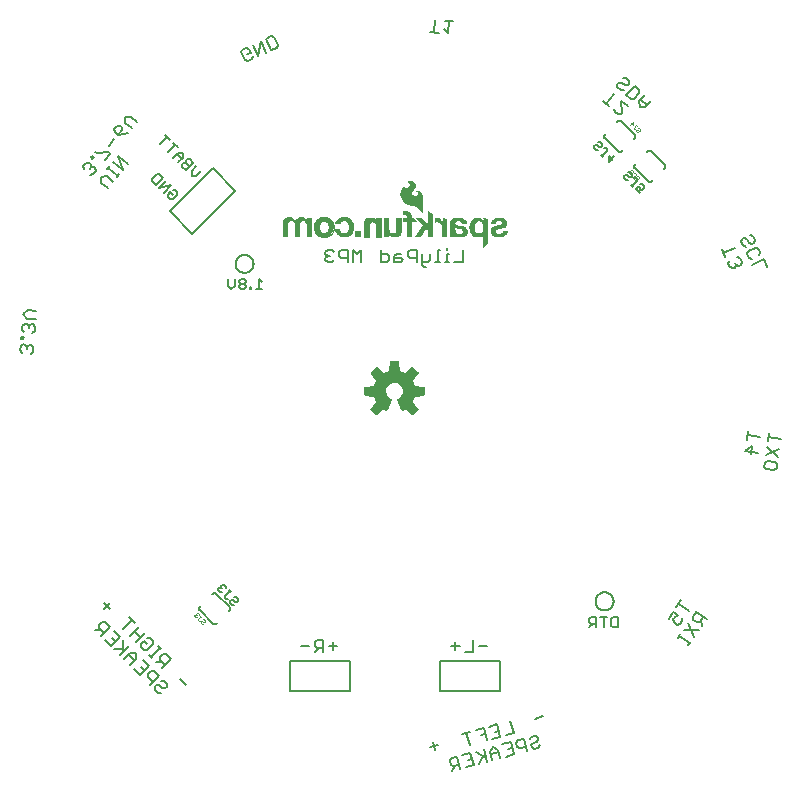
<source format=gbr>
G04 EAGLE Gerber RS-274X export*
G75*
%MOMM*%
%FSLAX34Y34*%
%LPD*%
%INSilkscreen Bottom*%
%IPPOS*%
%AMOC8*
5,1,8,0,0,1.08239X$1,22.5*%
G01*
%ADD10C,0.203200*%
%ADD11C,0.152400*%
%ADD12C,0.127000*%
%ADD13C,0.025400*%
%ADD14R,0.495300X0.485100*%

G36*
X15477Y-20434D02*
X15477Y-20434D01*
X15585Y-20424D01*
X15598Y-20418D01*
X15612Y-20416D01*
X15709Y-20368D01*
X15808Y-20323D01*
X15821Y-20312D01*
X15830Y-20308D01*
X15845Y-20293D01*
X15922Y-20230D01*
X20230Y-15922D01*
X20293Y-15834D01*
X20359Y-15748D01*
X20364Y-15735D01*
X20372Y-15723D01*
X20403Y-15620D01*
X20439Y-15517D01*
X20439Y-15503D01*
X20443Y-15490D01*
X20439Y-15382D01*
X20440Y-15273D01*
X20435Y-15260D01*
X20435Y-15246D01*
X20397Y-15145D01*
X20362Y-15042D01*
X20353Y-15027D01*
X20349Y-15018D01*
X20335Y-15001D01*
X20281Y-14919D01*
X15467Y-9015D01*
X16545Y-6920D01*
X16552Y-6901D01*
X16593Y-6806D01*
X17311Y-4562D01*
X24890Y-3792D01*
X24994Y-3764D01*
X25100Y-3739D01*
X25112Y-3732D01*
X25125Y-3729D01*
X25215Y-3668D01*
X25308Y-3611D01*
X25316Y-3600D01*
X25328Y-3592D01*
X25394Y-3506D01*
X25463Y-3422D01*
X25467Y-3409D01*
X25476Y-3398D01*
X25510Y-3295D01*
X25549Y-3194D01*
X25550Y-3176D01*
X25554Y-3167D01*
X25553Y-3146D01*
X25563Y-3047D01*
X25563Y3047D01*
X25546Y3155D01*
X25532Y3262D01*
X25526Y3274D01*
X25524Y3288D01*
X25472Y3384D01*
X25425Y3481D01*
X25415Y3491D01*
X25409Y3503D01*
X25329Y3577D01*
X25253Y3654D01*
X25241Y3660D01*
X25231Y3670D01*
X25132Y3715D01*
X25034Y3763D01*
X25017Y3767D01*
X25008Y3771D01*
X24987Y3773D01*
X24890Y3792D01*
X17311Y4562D01*
X16593Y6806D01*
X16584Y6824D01*
X16545Y6920D01*
X15467Y9015D01*
X20281Y14919D01*
X20335Y15013D01*
X20392Y15105D01*
X20395Y15118D01*
X20402Y15130D01*
X20423Y15237D01*
X20448Y15342D01*
X20446Y15356D01*
X20449Y15370D01*
X20434Y15477D01*
X20424Y15585D01*
X20418Y15598D01*
X20416Y15612D01*
X20368Y15709D01*
X20323Y15808D01*
X20312Y15821D01*
X20308Y15830D01*
X20293Y15845D01*
X20230Y15922D01*
X15922Y20230D01*
X15834Y20293D01*
X15748Y20359D01*
X15735Y20364D01*
X15723Y20372D01*
X15620Y20403D01*
X15517Y20439D01*
X15503Y20439D01*
X15490Y20443D01*
X15382Y20439D01*
X15273Y20440D01*
X15260Y20435D01*
X15246Y20435D01*
X15145Y20397D01*
X15042Y20362D01*
X15027Y20353D01*
X15018Y20349D01*
X15001Y20335D01*
X14919Y20281D01*
X9015Y15467D01*
X6920Y16545D01*
X6901Y16552D01*
X6806Y16593D01*
X4562Y17311D01*
X3792Y24890D01*
X3764Y24994D01*
X3739Y25100D01*
X3732Y25112D01*
X3729Y25125D01*
X3668Y25215D01*
X3611Y25308D01*
X3600Y25316D01*
X3592Y25328D01*
X3506Y25394D01*
X3422Y25463D01*
X3409Y25467D01*
X3398Y25476D01*
X3295Y25510D01*
X3194Y25549D01*
X3176Y25550D01*
X3167Y25554D01*
X3146Y25553D01*
X3047Y25563D01*
X-3047Y25563D01*
X-3155Y25546D01*
X-3262Y25532D01*
X-3274Y25526D01*
X-3288Y25524D01*
X-3384Y25472D01*
X-3481Y25425D01*
X-3491Y25415D01*
X-3503Y25409D01*
X-3577Y25329D01*
X-3654Y25253D01*
X-3660Y25241D01*
X-3670Y25231D01*
X-3715Y25132D01*
X-3763Y25034D01*
X-3767Y25017D01*
X-3771Y25008D01*
X-3773Y24987D01*
X-3792Y24890D01*
X-4562Y17311D01*
X-6806Y16593D01*
X-6824Y16584D01*
X-6920Y16545D01*
X-9015Y15467D01*
X-14919Y20281D01*
X-15013Y20335D01*
X-15105Y20392D01*
X-15118Y20395D01*
X-15130Y20402D01*
X-15237Y20423D01*
X-15342Y20448D01*
X-15356Y20446D01*
X-15370Y20449D01*
X-15477Y20434D01*
X-15585Y20424D01*
X-15598Y20418D01*
X-15612Y20416D01*
X-15709Y20368D01*
X-15808Y20323D01*
X-15821Y20312D01*
X-15830Y20308D01*
X-15845Y20293D01*
X-15922Y20230D01*
X-20230Y15922D01*
X-20293Y15834D01*
X-20359Y15748D01*
X-20364Y15735D01*
X-20372Y15723D01*
X-20403Y15620D01*
X-20439Y15517D01*
X-20439Y15503D01*
X-20443Y15490D01*
X-20439Y15382D01*
X-20440Y15273D01*
X-20435Y15260D01*
X-20435Y15246D01*
X-20397Y15145D01*
X-20362Y15042D01*
X-20353Y15027D01*
X-20349Y15018D01*
X-20335Y15001D01*
X-20281Y14919D01*
X-15467Y9015D01*
X-16545Y6920D01*
X-16552Y6901D01*
X-16593Y6806D01*
X-17311Y4562D01*
X-24890Y3792D01*
X-24994Y3764D01*
X-25100Y3739D01*
X-25112Y3732D01*
X-25125Y3729D01*
X-25215Y3668D01*
X-25308Y3611D01*
X-25316Y3600D01*
X-25328Y3592D01*
X-25394Y3506D01*
X-25463Y3422D01*
X-25467Y3409D01*
X-25476Y3398D01*
X-25510Y3295D01*
X-25549Y3194D01*
X-25550Y3176D01*
X-25554Y3167D01*
X-25553Y3146D01*
X-25563Y3047D01*
X-25563Y-3047D01*
X-25546Y-3155D01*
X-25532Y-3262D01*
X-25526Y-3274D01*
X-25524Y-3288D01*
X-25472Y-3384D01*
X-25425Y-3481D01*
X-25415Y-3491D01*
X-25409Y-3503D01*
X-25329Y-3577D01*
X-25253Y-3654D01*
X-25241Y-3660D01*
X-25231Y-3670D01*
X-25132Y-3715D01*
X-25034Y-3763D01*
X-25017Y-3767D01*
X-25008Y-3771D01*
X-24987Y-3773D01*
X-24890Y-3792D01*
X-17311Y-4562D01*
X-16593Y-6806D01*
X-16584Y-6824D01*
X-16545Y-6920D01*
X-15467Y-9015D01*
X-20281Y-14919D01*
X-20335Y-15013D01*
X-20392Y-15105D01*
X-20395Y-15118D01*
X-20402Y-15130D01*
X-20423Y-15237D01*
X-20448Y-15342D01*
X-20446Y-15356D01*
X-20449Y-15370D01*
X-20434Y-15477D01*
X-20424Y-15585D01*
X-20418Y-15598D01*
X-20416Y-15612D01*
X-20368Y-15709D01*
X-20323Y-15808D01*
X-20312Y-15821D01*
X-20308Y-15830D01*
X-20293Y-15845D01*
X-20230Y-15922D01*
X-15922Y-20230D01*
X-15834Y-20293D01*
X-15748Y-20359D01*
X-15735Y-20364D01*
X-15723Y-20372D01*
X-15620Y-20403D01*
X-15517Y-20439D01*
X-15503Y-20439D01*
X-15490Y-20443D01*
X-15382Y-20439D01*
X-15273Y-20440D01*
X-15260Y-20435D01*
X-15246Y-20435D01*
X-15145Y-20397D01*
X-15042Y-20362D01*
X-15027Y-20353D01*
X-15018Y-20349D01*
X-15001Y-20335D01*
X-14919Y-20281D01*
X-9015Y-15467D01*
X-6921Y-16546D01*
X-6868Y-16563D01*
X-6819Y-16589D01*
X-6753Y-16600D01*
X-6689Y-16621D01*
X-6633Y-16620D01*
X-6579Y-16629D01*
X-6512Y-16618D01*
X-6445Y-16617D01*
X-6393Y-16599D01*
X-6338Y-16590D01*
X-6279Y-16558D01*
X-6215Y-16536D01*
X-6172Y-16501D01*
X-6122Y-16475D01*
X-6077Y-16426D01*
X-6024Y-16384D01*
X-5994Y-16337D01*
X-5956Y-16297D01*
X-5899Y-16192D01*
X-5891Y-16179D01*
X-5890Y-16174D01*
X-5886Y-16167D01*
X-2298Y-7505D01*
X-2273Y-7400D01*
X-2245Y-7296D01*
X-2246Y-7281D01*
X-2242Y-7267D01*
X-2253Y-7160D01*
X-2259Y-7052D01*
X-2265Y-7039D01*
X-2266Y-7024D01*
X-2311Y-6926D01*
X-2352Y-6826D01*
X-2361Y-6815D01*
X-2367Y-6802D01*
X-2440Y-6723D01*
X-2511Y-6642D01*
X-2527Y-6631D01*
X-2534Y-6624D01*
X-2553Y-6613D01*
X-2634Y-6559D01*
X-3977Y-5833D01*
X-5084Y-4898D01*
X-5978Y-3756D01*
X-6619Y-2456D01*
X-6981Y-1052D01*
X-7048Y396D01*
X-6819Y1827D01*
X-6302Y3182D01*
X-5519Y4402D01*
X-4504Y5436D01*
X-3298Y6242D01*
X-1954Y6784D01*
X-527Y7040D01*
X922Y6999D01*
X2332Y6663D01*
X3644Y6047D01*
X4802Y5175D01*
X5758Y4085D01*
X6471Y2823D01*
X6911Y1442D01*
X7060Y-2D01*
X6925Y-1377D01*
X6523Y-2702D01*
X5870Y-3922D01*
X4992Y-4992D01*
X3923Y-5870D01*
X2637Y-6557D01*
X2550Y-6624D01*
X2461Y-6688D01*
X2453Y-6698D01*
X2443Y-6706D01*
X2382Y-6797D01*
X2318Y-6886D01*
X2315Y-6898D01*
X2308Y-6909D01*
X2279Y-7015D01*
X2247Y-7119D01*
X2248Y-7132D01*
X2244Y-7144D01*
X2252Y-7254D01*
X2255Y-7363D01*
X2260Y-7379D01*
X2260Y-7388D01*
X2268Y-7407D01*
X2298Y-7505D01*
X5886Y-16167D01*
X5915Y-16214D01*
X5936Y-16266D01*
X5979Y-16317D01*
X6015Y-16374D01*
X6058Y-16409D01*
X6094Y-16452D01*
X6151Y-16486D01*
X6203Y-16529D01*
X6255Y-16548D01*
X6303Y-16577D01*
X6369Y-16591D01*
X6432Y-16615D01*
X6487Y-16617D01*
X6542Y-16628D01*
X6608Y-16621D01*
X6675Y-16623D01*
X6729Y-16607D01*
X6784Y-16600D01*
X6895Y-16556D01*
X6909Y-16552D01*
X6913Y-16549D01*
X6921Y-16546D01*
X9015Y-15467D01*
X14919Y-20281D01*
X15013Y-20335D01*
X15105Y-20392D01*
X15118Y-20395D01*
X15130Y-20402D01*
X15237Y-20423D01*
X15342Y-20448D01*
X15356Y-20446D01*
X15370Y-20449D01*
X15477Y-20434D01*
G37*
G36*
X23819Y150032D02*
X23819Y150032D01*
X23861Y150047D01*
X23863Y150052D01*
X23867Y150054D01*
X23896Y150127D01*
X23900Y150138D01*
X23900Y150139D01*
X23900Y165303D01*
X23898Y165308D01*
X23900Y165314D01*
X23830Y166145D01*
X23824Y166156D01*
X23825Y166171D01*
X23585Y166970D01*
X23577Y166980D01*
X23575Y166994D01*
X23174Y167726D01*
X23164Y167734D01*
X23159Y167747D01*
X22689Y168297D01*
X22678Y168302D01*
X22671Y168314D01*
X22101Y168759D01*
X22089Y168762D01*
X22079Y168772D01*
X21431Y169093D01*
X21419Y169094D01*
X21407Y169102D01*
X20708Y169286D01*
X20697Y169285D01*
X20686Y169290D01*
X19746Y169363D01*
X19737Y169360D01*
X19726Y169363D01*
X18786Y169290D01*
X18782Y169288D01*
X18776Y169289D01*
X18293Y169213D01*
X18254Y169188D01*
X18214Y169167D01*
X18213Y169163D01*
X18210Y169161D01*
X18200Y169116D01*
X18188Y169072D01*
X18190Y169068D01*
X18189Y169064D01*
X18214Y169026D01*
X18238Y168987D01*
X18242Y168986D01*
X18244Y168983D01*
X18285Y168974D01*
X18325Y168962D01*
X18483Y168978D01*
X18621Y168950D01*
X18754Y168879D01*
X19578Y168280D01*
X19696Y168166D01*
X19768Y168028D01*
X19861Y167613D01*
X19861Y167185D01*
X19768Y166769D01*
X19562Y166365D01*
X19249Y166037D01*
X18643Y165672D01*
X17965Y165465D01*
X17254Y165430D01*
X16644Y165527D01*
X16058Y165725D01*
X15515Y166018D01*
X15090Y166383D01*
X14775Y166843D01*
X14589Y167368D01*
X14546Y167924D01*
X14648Y168472D01*
X14888Y168975D01*
X15258Y169410D01*
X15456Y169620D01*
X16051Y170251D01*
X16646Y170882D01*
X16711Y170951D01*
X16714Y170961D01*
X16723Y170967D01*
X17910Y172725D01*
X17912Y172738D01*
X17922Y172748D01*
X18202Y173436D01*
X18201Y173451D01*
X18210Y173466D01*
X18309Y174201D01*
X18305Y174216D01*
X18310Y174233D01*
X18223Y174970D01*
X18215Y174983D01*
X18215Y175001D01*
X17948Y175693D01*
X17937Y175704D01*
X17933Y175721D01*
X17502Y176324D01*
X17492Y176331D01*
X17486Y176343D01*
X16790Y177001D01*
X16782Y177004D01*
X16777Y177012D01*
X16000Y177572D01*
X15990Y177575D01*
X15982Y177583D01*
X15202Y177971D01*
X15190Y177972D01*
X15179Y177980D01*
X14339Y178211D01*
X14327Y178210D01*
X14315Y178216D01*
X13447Y178282D01*
X13437Y178278D01*
X13425Y178282D01*
X12525Y178196D01*
X12516Y178192D01*
X12506Y178193D01*
X11628Y177973D01*
X11620Y177967D01*
X11608Y177966D01*
X11380Y177865D01*
X11024Y177713D01*
X11023Y177713D01*
X10519Y177492D01*
X10509Y177481D01*
X10492Y177476D01*
X10057Y177138D01*
X10054Y177131D01*
X10046Y177127D01*
X10021Y177102D01*
X10018Y177101D01*
X9983Y177009D01*
X10024Y176920D01*
X10109Y176887D01*
X10712Y176887D01*
X11223Y176830D01*
X11713Y176691D01*
X12194Y176436D01*
X12589Y176066D01*
X12875Y175606D01*
X13032Y175087D01*
X13044Y174784D01*
X12985Y174484D01*
X12779Y173990D01*
X12496Y173532D01*
X12145Y173122D01*
X11733Y172768D01*
X10831Y172117D01*
X10343Y171868D01*
X9814Y171770D01*
X9275Y171828D01*
X9101Y171893D01*
X8740Y172142D01*
X8466Y172481D01*
X8422Y172584D01*
X8406Y172704D01*
X8406Y173584D01*
X8389Y173625D01*
X8375Y173667D01*
X8370Y173670D01*
X8368Y173675D01*
X8327Y173691D01*
X8287Y173710D01*
X8281Y173708D01*
X8276Y173710D01*
X8249Y173698D01*
X8200Y173682D01*
X7074Y172761D01*
X7068Y172749D01*
X7056Y172742D01*
X6149Y171605D01*
X6146Y171594D01*
X6137Y171586D01*
X5635Y170652D01*
X5634Y170642D01*
X5628Y170634D01*
X5270Y169637D01*
X5270Y169627D01*
X5265Y169618D01*
X5058Y168579D01*
X5060Y168569D01*
X5059Y168567D01*
X5060Y168567D01*
X5056Y168558D01*
X4996Y166630D01*
X5000Y166619D01*
X4997Y166607D01*
X5285Y164700D01*
X5291Y164690D01*
X5291Y164678D01*
X5919Y162854D01*
X5926Y162845D01*
X5928Y162833D01*
X6875Y161152D01*
X6883Y161146D01*
X6886Y161135D01*
X7771Y160028D01*
X7778Y160025D01*
X7780Y160019D01*
X7781Y160019D01*
X7783Y160015D01*
X8814Y159043D01*
X8822Y159040D01*
X8828Y159032D01*
X9985Y158215D01*
X9995Y158213D01*
X10003Y158205D01*
X11233Y157605D01*
X11244Y157604D01*
X11254Y157596D01*
X12573Y157228D01*
X12584Y157230D01*
X12595Y157224D01*
X13959Y157100D01*
X13964Y157102D01*
X13970Y157100D01*
X16245Y157100D01*
X16613Y157035D01*
X16964Y156908D01*
X17954Y156319D01*
X18808Y155537D01*
X23680Y150055D01*
X23684Y150053D01*
X23686Y150048D01*
X23728Y150032D01*
X23769Y150013D01*
X23773Y150015D01*
X23778Y150013D01*
X23819Y150032D01*
G37*
G36*
X75186Y121338D02*
X75186Y121338D01*
X75188Y121337D01*
X75209Y121346D01*
X75269Y121369D01*
X79409Y125103D01*
X79411Y125109D01*
X79417Y125112D01*
X79441Y125172D01*
X79450Y125193D01*
X79449Y125195D01*
X79450Y125197D01*
X79450Y145771D01*
X79435Y145808D01*
X79425Y145847D01*
X79416Y145853D01*
X79412Y145862D01*
X79384Y145873D01*
X79348Y145895D01*
X75462Y146631D01*
X75447Y146628D01*
X75432Y146633D01*
X75400Y146618D01*
X75365Y146610D01*
X75357Y146597D01*
X75344Y146591D01*
X75329Y146552D01*
X75313Y146527D01*
X75316Y146516D01*
X75312Y146505D01*
X75336Y144588D01*
X75202Y144737D01*
X75201Y144738D01*
X75201Y144739D01*
X74312Y145704D01*
X74306Y145706D01*
X74302Y145713D01*
X73959Y146014D01*
X73948Y146018D01*
X73940Y146028D01*
X73546Y146261D01*
X73537Y146262D01*
X73529Y146269D01*
X72208Y146802D01*
X72197Y146802D01*
X72187Y146809D01*
X71705Y146911D01*
X71693Y146908D01*
X71681Y146913D01*
X69700Y146938D01*
X69689Y146934D01*
X69677Y146936D01*
X68592Y146753D01*
X68582Y146746D01*
X68568Y146746D01*
X67543Y146346D01*
X67536Y146338D01*
X67524Y146336D01*
X66622Y145795D01*
X66617Y145789D01*
X66608Y145786D01*
X65784Y145133D01*
X65778Y145123D01*
X65768Y145118D01*
X64976Y144228D01*
X64972Y144215D01*
X64960Y144206D01*
X64381Y143165D01*
X64379Y143153D01*
X64371Y143142D01*
X63697Y141029D01*
X63698Y141018D01*
X63692Y141007D01*
X63409Y138807D01*
X63412Y138796D01*
X63408Y138784D01*
X63526Y136569D01*
X63531Y136559D01*
X63529Y136547D01*
X63852Y135171D01*
X63859Y135162D01*
X63859Y135150D01*
X64415Y133850D01*
X64423Y133842D01*
X64425Y133831D01*
X65197Y132646D01*
X65206Y132640D01*
X65211Y132629D01*
X65868Y131922D01*
X65878Y131918D01*
X65884Y131908D01*
X66652Y131323D01*
X66663Y131321D01*
X66670Y131312D01*
X67526Y130866D01*
X67537Y130865D01*
X67546Y130857D01*
X68465Y130563D01*
X68475Y130564D01*
X68485Y130558D01*
X69697Y130369D01*
X69706Y130371D01*
X69715Y130368D01*
X70942Y130351D01*
X70950Y130354D01*
X70960Y130352D01*
X72177Y130507D01*
X72187Y130512D01*
X72199Y130512D01*
X73043Y130776D01*
X73053Y130784D01*
X73068Y130787D01*
X73837Y131224D01*
X73845Y131234D01*
X73859Y131239D01*
X74519Y131829D01*
X74525Y131841D01*
X74537Y131849D01*
X75057Y132565D01*
X75058Y132567D01*
X75058Y121463D01*
X75076Y121419D01*
X75093Y121376D01*
X75095Y121375D01*
X75096Y121372D01*
X75140Y121355D01*
X75184Y121337D01*
X75186Y121338D01*
G37*
G36*
X-90244Y130685D02*
X-90244Y130685D01*
X-90242Y130684D01*
X-90199Y130704D01*
X-90155Y130722D01*
X-90155Y130724D01*
X-90153Y130725D01*
X-90120Y130810D01*
X-90120Y141089D01*
X-90013Y141969D01*
X-89701Y142791D01*
X-89440Y143175D01*
X-89097Y143488D01*
X-88691Y143714D01*
X-88243Y143842D01*
X-87339Y143910D01*
X-86436Y143818D01*
X-86027Y143692D01*
X-85654Y143482D01*
X-85639Y143468D01*
X-85498Y143342D01*
X-85358Y143215D01*
X-85336Y143196D01*
X-84951Y142668D01*
X-84678Y142073D01*
X-84529Y141434D01*
X-84454Y140331D01*
X-84454Y130810D01*
X-84453Y130808D01*
X-84454Y130806D01*
X-84434Y130763D01*
X-84416Y130719D01*
X-84414Y130719D01*
X-84413Y130717D01*
X-84328Y130684D01*
X-80010Y130684D01*
X-80008Y130685D01*
X-80006Y130684D01*
X-79963Y130704D01*
X-79919Y130722D01*
X-79919Y130724D01*
X-79917Y130725D01*
X-79884Y130810D01*
X-79884Y141369D01*
X-79804Y142032D01*
X-79573Y142651D01*
X-79203Y143198D01*
X-78856Y143516D01*
X-78448Y143749D01*
X-77997Y143885D01*
X-77520Y143917D01*
X-76672Y143867D01*
X-76232Y143785D01*
X-75828Y143607D01*
X-75474Y143341D01*
X-74654Y142397D01*
X-74371Y141859D01*
X-74239Y141268D01*
X-74269Y140646D01*
X-74268Y140643D01*
X-74269Y140640D01*
X-74269Y130835D01*
X-74268Y130833D01*
X-74269Y130831D01*
X-74249Y130788D01*
X-74231Y130744D01*
X-74229Y130744D01*
X-74228Y130742D01*
X-74143Y130709D01*
X-69825Y130709D01*
X-69823Y130710D01*
X-69821Y130709D01*
X-69778Y130729D01*
X-69734Y130747D01*
X-69734Y130749D01*
X-69732Y130750D01*
X-69699Y130835D01*
X-69699Y146888D01*
X-69700Y146890D01*
X-69699Y146892D01*
X-69719Y146935D01*
X-69737Y146979D01*
X-69739Y146979D01*
X-69740Y146981D01*
X-69825Y147014D01*
X-73812Y147014D01*
X-73814Y147013D01*
X-73816Y147014D01*
X-73859Y146994D01*
X-73903Y146976D01*
X-73903Y146974D01*
X-73905Y146973D01*
X-73938Y146888D01*
X-73938Y144835D01*
X-73969Y144842D01*
X-74271Y145238D01*
X-74277Y145241D01*
X-74280Y145249D01*
X-75042Y146036D01*
X-75050Y146039D01*
X-75054Y146046D01*
X-75816Y146658D01*
X-75830Y146662D01*
X-75842Y146675D01*
X-76732Y147079D01*
X-76744Y147079D01*
X-76755Y147087D01*
X-77847Y147341D01*
X-77856Y147340D01*
X-77864Y147344D01*
X-79236Y147471D01*
X-79246Y147468D01*
X-79257Y147471D01*
X-80214Y147402D01*
X-80225Y147396D01*
X-80239Y147397D01*
X-81162Y147137D01*
X-81172Y147129D01*
X-81185Y147127D01*
X-81975Y146724D01*
X-81983Y146715D01*
X-81996Y146711D01*
X-82694Y146165D01*
X-82700Y146154D01*
X-82712Y146148D01*
X-83294Y145479D01*
X-83297Y145467D01*
X-83308Y145459D01*
X-83688Y144801D01*
X-83730Y144843D01*
X-84185Y145324D01*
X-84188Y145325D01*
X-84189Y145328D01*
X-84977Y146087D01*
X-84986Y146090D01*
X-84991Y146099D01*
X-85880Y146737D01*
X-85891Y146739D01*
X-85899Y146747D01*
X-86704Y147141D01*
X-86716Y147141D01*
X-86727Y147149D01*
X-87592Y147381D01*
X-87604Y147379D01*
X-87616Y147385D01*
X-88510Y147446D01*
X-88519Y147443D01*
X-88530Y147446D01*
X-89809Y147339D01*
X-89816Y147335D01*
X-89823Y147337D01*
X-91083Y147088D01*
X-91092Y147082D01*
X-91104Y147082D01*
X-91970Y146756D01*
X-91980Y146746D01*
X-91995Y146743D01*
X-92769Y146236D01*
X-92776Y146224D01*
X-92790Y146218D01*
X-93436Y145554D01*
X-93439Y145544D01*
X-93443Y145543D01*
X-93444Y145539D01*
X-93452Y145533D01*
X-94040Y144594D01*
X-94042Y144581D01*
X-94052Y144571D01*
X-94438Y143532D01*
X-94437Y143519D01*
X-94444Y143507D01*
X-94613Y142411D01*
X-94610Y142402D01*
X-94614Y142392D01*
X-94614Y130810D01*
X-94613Y130808D01*
X-94614Y130806D01*
X-94594Y130763D01*
X-94576Y130719D01*
X-94574Y130719D01*
X-94573Y130717D01*
X-94488Y130684D01*
X-90246Y130684D01*
X-90244Y130685D01*
G37*
G36*
X57636Y130354D02*
X57636Y130354D01*
X57647Y130359D01*
X57661Y130357D01*
X59033Y130665D01*
X59044Y130673D01*
X59059Y130674D01*
X60328Y131280D01*
X60337Y131290D01*
X60351Y131294D01*
X60799Y131636D01*
X60805Y131646D01*
X60817Y131652D01*
X61194Y132072D01*
X61198Y132083D01*
X61208Y132091D01*
X61500Y132574D01*
X61502Y132585D01*
X61510Y132595D01*
X61883Y133588D01*
X61883Y133599D01*
X61889Y133610D01*
X62078Y134654D01*
X62075Y134665D01*
X62080Y134677D01*
X62077Y135738D01*
X62074Y135745D01*
X62076Y135748D01*
X62073Y135755D01*
X62074Y135765D01*
X61868Y136706D01*
X61859Y136718D01*
X61858Y136735D01*
X61429Y137597D01*
X61419Y137606D01*
X61414Y137621D01*
X60916Y138230D01*
X60911Y138233D01*
X60909Y138237D01*
X60903Y138239D01*
X60898Y138248D01*
X60288Y138746D01*
X60276Y138749D01*
X60267Y138760D01*
X59571Y139126D01*
X59560Y139127D01*
X59551Y139134D01*
X58066Y139618D01*
X58058Y139617D01*
X58049Y139622D01*
X56512Y139900D01*
X56508Y139899D01*
X56503Y139902D01*
X54297Y140130D01*
X52991Y140356D01*
X52522Y140521D01*
X52094Y140767D01*
X51810Y141028D01*
X51750Y141115D01*
X51708Y141212D01*
X51597Y141733D01*
X51597Y142264D01*
X51708Y142785D01*
X51847Y143099D01*
X52046Y143378D01*
X52299Y143612D01*
X52613Y143805D01*
X52959Y143933D01*
X53328Y143994D01*
X54683Y144044D01*
X55270Y143990D01*
X55831Y143825D01*
X56295Y143570D01*
X56685Y143214D01*
X56980Y142776D01*
X57164Y142281D01*
X57227Y141750D01*
X57227Y141707D01*
X57228Y141705D01*
X57227Y141703D01*
X57247Y141660D01*
X57265Y141616D01*
X57267Y141616D01*
X57268Y141614D01*
X57353Y141581D01*
X61494Y141581D01*
X61495Y141579D01*
X61537Y141569D01*
X61579Y141555D01*
X61585Y141558D01*
X61591Y141557D01*
X61616Y141573D01*
X61661Y141594D01*
X61686Y141619D01*
X61686Y141620D01*
X61702Y141662D01*
X61721Y141711D01*
X61721Y141712D01*
X61701Y141754D01*
X61682Y141797D01*
X61560Y142688D01*
X61554Y142699D01*
X61554Y142714D01*
X61220Y143655D01*
X61211Y143665D01*
X61208Y143679D01*
X60689Y144532D01*
X60678Y144540D01*
X60673Y144553D01*
X59990Y145283D01*
X59978Y145288D01*
X59970Y145300D01*
X59153Y145874D01*
X59141Y145877D01*
X59132Y145886D01*
X57974Y146415D01*
X57964Y146415D01*
X57955Y146422D01*
X56726Y146756D01*
X56717Y146755D01*
X56708Y146759D01*
X54968Y146973D01*
X54960Y146970D01*
X54952Y146973D01*
X53198Y146965D01*
X53191Y146962D01*
X53182Y146964D01*
X51443Y146734D01*
X51435Y146729D01*
X51424Y146730D01*
X50010Y146305D01*
X50001Y146297D01*
X49987Y146296D01*
X48684Y145602D01*
X48675Y145592D01*
X48661Y145587D01*
X48099Y145104D01*
X48092Y145090D01*
X48078Y145081D01*
X47651Y144476D01*
X47648Y144461D01*
X47636Y144449D01*
X47369Y143758D01*
X47370Y143743D01*
X47362Y143728D01*
X47271Y142993D01*
X47273Y142985D01*
X47270Y142977D01*
X47270Y138151D01*
X47271Y138149D01*
X47270Y138147D01*
X47277Y138132D01*
X47245Y138048D01*
X47270Y133710D01*
X47168Y132373D01*
X46819Y131078D01*
X46745Y130879D01*
X46746Y130854D01*
X46737Y130831D01*
X46748Y130807D01*
X46749Y130781D01*
X46768Y130764D01*
X46778Y130742D01*
X46805Y130731D01*
X46823Y130715D01*
X46842Y130717D01*
X46863Y130709D01*
X50897Y130709D01*
X50933Y130706D01*
X50961Y130715D01*
X51001Y130719D01*
X51038Y130738D01*
X51057Y130760D01*
X51089Y130784D01*
X51111Y130820D01*
X51113Y130837D01*
X51125Y130853D01*
X51201Y131133D01*
X51200Y131136D01*
X51202Y131139D01*
X51429Y132168D01*
X51439Y132191D01*
X51445Y132197D01*
X51453Y132199D01*
X51462Y132198D01*
X51486Y132182D01*
X52313Y131479D01*
X52324Y131475D01*
X52333Y131465D01*
X53284Y130925D01*
X53295Y130924D01*
X53305Y130916D01*
X54340Y130563D01*
X54352Y130564D01*
X54362Y130558D01*
X55980Y130317D01*
X55990Y130320D01*
X56001Y130316D01*
X57636Y130354D01*
G37*
G36*
X32769Y130583D02*
X32769Y130583D01*
X32772Y130582D01*
X32855Y130619D01*
X32906Y130670D01*
X32908Y130673D01*
X32910Y130674D01*
X32943Y130759D01*
X32943Y150089D01*
X32935Y150108D01*
X32937Y150128D01*
X32916Y150155D01*
X32905Y150180D01*
X32891Y150185D01*
X32880Y150199D01*
X28740Y152561D01*
X28705Y152565D01*
X28673Y152577D01*
X28658Y152570D01*
X28642Y152572D01*
X28615Y152550D01*
X28584Y152536D01*
X28577Y152520D01*
X28565Y152510D01*
X28563Y152483D01*
X28551Y152451D01*
X28551Y141021D01*
X23076Y146495D01*
X23073Y146497D01*
X23072Y146499D01*
X22987Y146532D01*
X18313Y146532D01*
X18311Y146532D01*
X18310Y146532D01*
X18266Y146512D01*
X18222Y146494D01*
X18222Y146492D01*
X18220Y146491D01*
X18204Y146447D01*
X18187Y146402D01*
X18188Y146400D01*
X18187Y146399D01*
X18225Y146316D01*
X23916Y140750D01*
X17319Y130855D01*
X17312Y130817D01*
X17298Y130780D01*
X17303Y130770D01*
X17301Y130758D01*
X17323Y130727D01*
X17340Y130691D01*
X17351Y130687D01*
X17357Y130678D01*
X17387Y130673D01*
X17425Y130659D01*
X22505Y130684D01*
X22522Y130691D01*
X22540Y130689D01*
X22569Y130711D01*
X22595Y130723D01*
X22600Y130735D01*
X22612Y130745D01*
X26845Y137723D01*
X28500Y136116D01*
X28500Y130708D01*
X28501Y130706D01*
X28500Y130704D01*
X28520Y130661D01*
X28538Y130617D01*
X28540Y130617D01*
X28541Y130615D01*
X28626Y130582D01*
X32766Y130582D01*
X32769Y130583D01*
G37*
G36*
X1201Y130282D02*
X1201Y130282D01*
X1212Y130279D01*
X2245Y130426D01*
X2256Y130432D01*
X2269Y130432D01*
X3255Y130775D01*
X3264Y130783D01*
X3277Y130785D01*
X4179Y131311D01*
X4186Y131321D01*
X4199Y131326D01*
X4453Y131554D01*
X4459Y131565D01*
X4470Y131573D01*
X5131Y132458D01*
X5133Y132469D01*
X5143Y132478D01*
X5631Y133468D01*
X5631Y133480D01*
X5639Y133490D01*
X5939Y134553D01*
X5937Y134564D01*
X5943Y134576D01*
X6044Y135675D01*
X6042Y135681D01*
X6044Y135687D01*
X6044Y146482D01*
X6043Y146484D01*
X6044Y146486D01*
X6024Y146529D01*
X6006Y146573D01*
X6004Y146573D01*
X6003Y146575D01*
X5918Y146608D01*
X1778Y146608D01*
X1776Y146607D01*
X1774Y146608D01*
X1731Y146588D01*
X1687Y146570D01*
X1687Y146568D01*
X1685Y146567D01*
X1652Y146482D01*
X1652Y136485D01*
X1503Y135655D01*
X1160Y134887D01*
X888Y134525D01*
X547Y134224D01*
X152Y133999D01*
X-537Y133776D01*
X-1256Y133696D01*
X-1977Y133763D01*
X-2668Y133975D01*
X-3178Y134263D01*
X-3609Y134660D01*
X-3936Y135145D01*
X-4145Y135695D01*
X-4370Y136899D01*
X-4446Y138129D01*
X-4446Y146431D01*
X-4447Y146433D01*
X-4446Y146435D01*
X-4466Y146478D01*
X-4484Y146522D01*
X-4486Y146522D01*
X-4487Y146524D01*
X-4572Y146557D01*
X-8788Y146557D01*
X-8790Y146556D01*
X-8792Y146557D01*
X-8835Y146537D01*
X-8879Y146519D01*
X-8879Y146517D01*
X-8881Y146516D01*
X-8914Y146431D01*
X-8914Y130810D01*
X-8913Y130808D01*
X-8914Y130806D01*
X-8894Y130763D01*
X-8876Y130719D01*
X-8874Y130719D01*
X-8873Y130717D01*
X-8788Y130684D01*
X-4775Y130684D01*
X-4773Y130685D01*
X-4771Y130684D01*
X-4728Y130704D01*
X-4684Y130722D01*
X-4684Y130724D01*
X-4682Y130725D01*
X-4649Y130810D01*
X-4649Y132867D01*
X-4142Y132226D01*
X-4134Y132222D01*
X-4130Y132213D01*
X-3303Y131428D01*
X-3294Y131425D01*
X-3289Y131417D01*
X-2359Y130758D01*
X-2350Y130756D01*
X-2342Y130748D01*
X-2097Y130626D01*
X-2086Y130625D01*
X-2077Y130618D01*
X-1815Y130537D01*
X-1806Y130538D01*
X-1797Y130533D01*
X-319Y130310D01*
X-311Y130312D01*
X-303Y130308D01*
X1191Y130278D01*
X1201Y130282D01*
G37*
G36*
X-11276Y130609D02*
X-11276Y130609D01*
X-11274Y130608D01*
X-11231Y130628D01*
X-11187Y130646D01*
X-11187Y130648D01*
X-11185Y130649D01*
X-11152Y130734D01*
X-11152Y146456D01*
X-11153Y146458D01*
X-11152Y146460D01*
X-11172Y146503D01*
X-11190Y146547D01*
X-11192Y146547D01*
X-11193Y146549D01*
X-11278Y146582D01*
X-15316Y146582D01*
X-15318Y146581D01*
X-15320Y146582D01*
X-15363Y146562D01*
X-15407Y146544D01*
X-15407Y146542D01*
X-15409Y146541D01*
X-15442Y146456D01*
X-15442Y144388D01*
X-15484Y144417D01*
X-15598Y144553D01*
X-15875Y144931D01*
X-15879Y144933D01*
X-15881Y144938D01*
X-16283Y145411D01*
X-16290Y145415D01*
X-16294Y145423D01*
X-16489Y145599D01*
X-16755Y145839D01*
X-16766Y145842D01*
X-16773Y145852D01*
X-17671Y146419D01*
X-17684Y146422D01*
X-17695Y146431D01*
X-18692Y146800D01*
X-18704Y146800D01*
X-18717Y146807D01*
X-19769Y146962D01*
X-19779Y146959D01*
X-19790Y146963D01*
X-21796Y146913D01*
X-21807Y146909D01*
X-21819Y146911D01*
X-22796Y146705D01*
X-22808Y146697D01*
X-22824Y146696D01*
X-23729Y146274D01*
X-23738Y146263D01*
X-23753Y146259D01*
X-24538Y145641D01*
X-24544Y145630D01*
X-24556Y145624D01*
X-25045Y145049D01*
X-25048Y145038D01*
X-25058Y145031D01*
X-25442Y144382D01*
X-25444Y144371D01*
X-25452Y144362D01*
X-25721Y143657D01*
X-25721Y143648D01*
X-25726Y143639D01*
X-25966Y142532D01*
X-25964Y142523D01*
X-25969Y142515D01*
X-26059Y141386D01*
X-26057Y141381D01*
X-26059Y141376D01*
X-26059Y130835D01*
X-26058Y130833D01*
X-26059Y130831D01*
X-26039Y130788D01*
X-26021Y130744D01*
X-26019Y130744D01*
X-26018Y130742D01*
X-25933Y130709D01*
X-21844Y130709D01*
X-21842Y130710D01*
X-21840Y130709D01*
X-21797Y130729D01*
X-21753Y130747D01*
X-21753Y130749D01*
X-21751Y130750D01*
X-21718Y130835D01*
X-21718Y140481D01*
X-21653Y141199D01*
X-21462Y141887D01*
X-21152Y142529D01*
X-20856Y142916D01*
X-20482Y143225D01*
X-20047Y143442D01*
X-19747Y143519D01*
X-19431Y143536D01*
X-18326Y143486D01*
X-17770Y143399D01*
X-17254Y143195D01*
X-16797Y142881D01*
X-16280Y142312D01*
X-15917Y141633D01*
X-15701Y140883D01*
X-15620Y140100D01*
X-15620Y130734D01*
X-15619Y130732D01*
X-15620Y130730D01*
X-15600Y130687D01*
X-15582Y130643D01*
X-15580Y130643D01*
X-15579Y130641D01*
X-15494Y130608D01*
X-11278Y130608D01*
X-11276Y130609D01*
G37*
G36*
X-59562Y130537D02*
X-59562Y130537D01*
X-59546Y130533D01*
X-56549Y130939D01*
X-56528Y130951D01*
X-56499Y130957D01*
X-53654Y132735D01*
X-53640Y132756D01*
X-53615Y132774D01*
X-52015Y135263D01*
X-52011Y135286D01*
X-51996Y135311D01*
X-51386Y139197D01*
X-51392Y139219D01*
X-51388Y139245D01*
X-52201Y142801D01*
X-52216Y142822D01*
X-52225Y142851D01*
X-54359Y145569D01*
X-54381Y145581D01*
X-54402Y145604D01*
X-57780Y147281D01*
X-57800Y147282D01*
X-57821Y147293D01*
X-59294Y147470D01*
X-59301Y147468D01*
X-59309Y147471D01*
X-59360Y147471D01*
X-59380Y147463D01*
X-59406Y147462D01*
X-59533Y147412D01*
X-59554Y147392D01*
X-59580Y147380D01*
X-59589Y147358D01*
X-59604Y147344D01*
X-59603Y147320D01*
X-59613Y147295D01*
X-59613Y144374D01*
X-59596Y144334D01*
X-59584Y144293D01*
X-59577Y144289D01*
X-59575Y144283D01*
X-59547Y144272D01*
X-59504Y144249D01*
X-58409Y144099D01*
X-57261Y143464D01*
X-56473Y142380D01*
X-56077Y141491D01*
X-55803Y140017D01*
X-55753Y138158D01*
X-55928Y136910D01*
X-56302Y135761D01*
X-56840Y134734D01*
X-58488Y133726D01*
X-60236Y133504D01*
X-61987Y134096D01*
X-62057Y134160D01*
X-62335Y134413D01*
X-62613Y134665D01*
X-62752Y134791D01*
X-63029Y135044D01*
X-63030Y135044D01*
X-63066Y135077D01*
X-63609Y136287D01*
X-63984Y137835D01*
X-63984Y139260D01*
X-63733Y141189D01*
X-62989Y142801D01*
X-62155Y143610D01*
X-61202Y144123D01*
X-60015Y144222D01*
X-59919Y144222D01*
X-59916Y144223D01*
X-59913Y144222D01*
X-59871Y144242D01*
X-59828Y144260D01*
X-59827Y144263D01*
X-59824Y144265D01*
X-59793Y144350D01*
X-59820Y145938D01*
X-59819Y145938D01*
X-59820Y145938D01*
X-59822Y146064D01*
X-59822Y146065D01*
X-59824Y146191D01*
X-59826Y146317D01*
X-59828Y146443D01*
X-59830Y146569D01*
X-59830Y146570D01*
X-59832Y146696D01*
X-59834Y146822D01*
X-59837Y146948D01*
X-59836Y146948D01*
X-59837Y146948D01*
X-59839Y147074D01*
X-59839Y147075D01*
X-59841Y147201D01*
X-59843Y147322D01*
X-59847Y147331D01*
X-59844Y147340D01*
X-59866Y147375D01*
X-59883Y147412D01*
X-59892Y147415D01*
X-59897Y147423D01*
X-59948Y147436D01*
X-59975Y147446D01*
X-59980Y147444D01*
X-59985Y147445D01*
X-61992Y147191D01*
X-62003Y147185D01*
X-62017Y147185D01*
X-63643Y146626D01*
X-63655Y146615D01*
X-63674Y146611D01*
X-65655Y145240D01*
X-65663Y145227D01*
X-65679Y145218D01*
X-66771Y143948D01*
X-66776Y143932D01*
X-66790Y143917D01*
X-67831Y141580D01*
X-67832Y141563D01*
X-67841Y141545D01*
X-68121Y139360D01*
X-68117Y139345D01*
X-68121Y139329D01*
X-67867Y137221D01*
X-67863Y137213D01*
X-67864Y137202D01*
X-67178Y134738D01*
X-67167Y134724D01*
X-67163Y134705D01*
X-66350Y133410D01*
X-66338Y133401D01*
X-66330Y133386D01*
X-65136Y132243D01*
X-65128Y132239D01*
X-65122Y132231D01*
X-64005Y131444D01*
X-63988Y131440D01*
X-63973Y131428D01*
X-62119Y130793D01*
X-62105Y130794D01*
X-62091Y130786D01*
X-59576Y130532D01*
X-59562Y130537D01*
G37*
G36*
X88419Y130330D02*
X88419Y130330D01*
X88426Y130328D01*
X90992Y130506D01*
X91001Y130511D01*
X91011Y130509D01*
X91932Y130721D01*
X91943Y130729D01*
X91957Y130730D01*
X92814Y131127D01*
X92820Y131134D01*
X92829Y131136D01*
X94023Y131898D01*
X94028Y131904D01*
X94036Y131907D01*
X94551Y132338D01*
X94556Y132349D01*
X94568Y132355D01*
X94988Y132879D01*
X94992Y132890D01*
X95002Y132899D01*
X95311Y133495D01*
X95312Y133504D01*
X95319Y133512D01*
X95751Y134782D01*
X95750Y134792D01*
X95755Y134801D01*
X95857Y135385D01*
X95856Y135392D01*
X95859Y135398D01*
X95884Y135754D01*
X95883Y135758D01*
X95884Y135761D01*
X95883Y135763D01*
X95884Y135767D01*
X95872Y135793D01*
X95869Y135823D01*
X95868Y135824D01*
X95868Y135825D01*
X95857Y135834D01*
X95852Y135847D01*
X95846Y135850D01*
X95843Y135856D01*
X95813Y135868D01*
X95793Y135884D01*
X95791Y135884D01*
X95790Y135885D01*
X95775Y135884D01*
X95763Y135889D01*
X95761Y135888D01*
X95758Y135889D01*
X91897Y135889D01*
X91895Y135888D01*
X91893Y135889D01*
X91850Y135869D01*
X91806Y135851D01*
X91806Y135849D01*
X91804Y135848D01*
X91771Y135763D01*
X91771Y135716D01*
X91742Y135219D01*
X91596Y134757D01*
X91340Y134343D01*
X91236Y134238D01*
X91110Y134112D01*
X90898Y133900D01*
X90371Y133563D01*
X89784Y133346D01*
X89222Y133273D01*
X87892Y133273D01*
X87289Y133347D01*
X86722Y133544D01*
X86209Y133856D01*
X85922Y134140D01*
X85713Y134485D01*
X85596Y134870D01*
X85579Y135274D01*
X85664Y135669D01*
X85845Y136031D01*
X86110Y136335D01*
X86446Y136566D01*
X87553Y137036D01*
X88727Y137342D01*
X92358Y138205D01*
X92365Y138210D01*
X92374Y138210D01*
X93182Y138516D01*
X93189Y138522D01*
X93199Y138524D01*
X93950Y138951D01*
X93956Y138958D01*
X93966Y138962D01*
X94643Y139499D01*
X94648Y139509D01*
X94659Y139515D01*
X94996Y139900D01*
X95000Y139913D01*
X95011Y139922D01*
X95260Y140369D01*
X95261Y140382D01*
X95270Y140393D01*
X95422Y140882D01*
X95420Y140894D01*
X95427Y140907D01*
X95532Y142043D01*
X95529Y142056D01*
X95532Y142069D01*
X95403Y143203D01*
X95397Y143214D01*
X95398Y143228D01*
X95040Y144312D01*
X95032Y144321D01*
X95030Y144335D01*
X94731Y144857D01*
X94721Y144864D01*
X94716Y144877D01*
X94322Y145332D01*
X94311Y145337D01*
X94304Y145349D01*
X93828Y145718D01*
X93817Y145721D01*
X93808Y145730D01*
X92527Y146384D01*
X92516Y146385D01*
X92506Y146392D01*
X91128Y146803D01*
X91117Y146802D01*
X91105Y146808D01*
X89676Y146963D01*
X89669Y146961D01*
X89662Y146963D01*
X87859Y146963D01*
X87853Y146961D01*
X87846Y146963D01*
X86453Y146823D01*
X86444Y146818D01*
X86433Y146819D01*
X85082Y146451D01*
X85073Y146444D01*
X85059Y146442D01*
X83962Y145904D01*
X83953Y145894D01*
X83939Y145890D01*
X82980Y145133D01*
X82974Y145123D01*
X82963Y145118D01*
X82615Y144722D01*
X82613Y144717D01*
X82612Y144717D01*
X82611Y144713D01*
X82603Y144707D01*
X82317Y144265D01*
X82315Y144255D01*
X82308Y144248D01*
X81952Y143460D01*
X81952Y143455D01*
X81948Y143451D01*
X81745Y142893D01*
X81747Y142869D01*
X81742Y142857D01*
X81745Y142850D01*
X81740Y142825D01*
X81749Y142811D01*
X81740Y142799D01*
X81742Y142793D01*
X81738Y142786D01*
X81662Y142075D01*
X81664Y142069D01*
X81663Y142065D01*
X81664Y142063D01*
X81662Y142058D01*
X81679Y142021D01*
X81691Y141981D01*
X81699Y141977D01*
X81703Y141969D01*
X81753Y141949D01*
X81779Y141936D01*
X81783Y141938D01*
X81788Y141936D01*
X85674Y141936D01*
X85718Y141954D01*
X85762Y141972D01*
X85763Y141973D01*
X85765Y141974D01*
X85772Y141993D01*
X85800Y142054D01*
X85816Y142314D01*
X85871Y142557D01*
X86021Y142909D01*
X86239Y143222D01*
X86515Y143486D01*
X86937Y143757D01*
X87404Y143946D01*
X87900Y144044D01*
X88748Y144088D01*
X89596Y144044D01*
X90045Y143959D01*
X90469Y143802D01*
X90770Y143607D01*
X91003Y143339D01*
X91158Y142997D01*
X91206Y142625D01*
X91141Y142256D01*
X90957Y141895D01*
X90722Y141652D01*
X90674Y141602D01*
X89999Y141186D01*
X89247Y140914D01*
X87224Y140510D01*
X87223Y140509D01*
X87222Y140509D01*
X85499Y140128D01*
X85492Y140123D01*
X85483Y140123D01*
X83827Y139513D01*
X83821Y139507D01*
X83811Y139506D01*
X83055Y139101D01*
X83049Y139094D01*
X83040Y139091D01*
X82348Y138583D01*
X82343Y138573D01*
X82331Y138568D01*
X81999Y138218D01*
X81994Y138206D01*
X81983Y138197D01*
X81731Y137785D01*
X81729Y137771D01*
X81719Y137759D01*
X81382Y136756D01*
X81383Y136741D01*
X81375Y136727D01*
X81281Y135672D01*
X81284Y135663D01*
X81281Y135652D01*
X81357Y134611D01*
X81361Y134603D01*
X81360Y134593D01*
X81503Y133929D01*
X81509Y133919D01*
X81510Y133906D01*
X81776Y133281D01*
X81784Y133272D01*
X81787Y133260D01*
X82166Y132696D01*
X82176Y132689D01*
X82181Y132678D01*
X82907Y131935D01*
X82917Y131931D01*
X82923Y131920D01*
X83767Y131314D01*
X83777Y131312D01*
X83786Y131303D01*
X84721Y130852D01*
X84732Y130851D01*
X84742Y130844D01*
X85742Y130562D01*
X85750Y130563D01*
X85759Y130558D01*
X87073Y130376D01*
X87080Y130378D01*
X87086Y130375D01*
X88413Y130328D01*
X88419Y130330D01*
G37*
G36*
X-41383Y130427D02*
X-41383Y130427D01*
X-41376Y130430D01*
X-41369Y130429D01*
X-39805Y130711D01*
X-39797Y130716D01*
X-39787Y130715D01*
X-38717Y131070D01*
X-38709Y131076D01*
X-38698Y131078D01*
X-37701Y131604D01*
X-37694Y131612D01*
X-37683Y131616D01*
X-36787Y132300D01*
X-36782Y132309D01*
X-36772Y132314D01*
X-36001Y133137D01*
X-35999Y133143D01*
X-35997Y133144D01*
X-35995Y133148D01*
X-35988Y133153D01*
X-35306Y134169D01*
X-35304Y134179D01*
X-35296Y134187D01*
X-34782Y135298D01*
X-34782Y135307D01*
X-34775Y135316D01*
X-34441Y136494D01*
X-34442Y136504D01*
X-34437Y136513D01*
X-34292Y137729D01*
X-34294Y137738D01*
X-34291Y137748D01*
X-34292Y137780D01*
X-34292Y137781D01*
X-34300Y138033D01*
X-34303Y138159D01*
X-34311Y138412D01*
X-34315Y138538D01*
X-34323Y138790D01*
X-34323Y138791D01*
X-34327Y138917D01*
X-34326Y138917D01*
X-34327Y138917D01*
X-34330Y139043D01*
X-34334Y139169D01*
X-34342Y139422D01*
X-34346Y139548D01*
X-34354Y139800D01*
X-34353Y139801D01*
X-34354Y139801D01*
X-34357Y139927D01*
X-34365Y140179D01*
X-34367Y140237D01*
X-34371Y140246D01*
X-34369Y140258D01*
X-34667Y141748D01*
X-34674Y141758D01*
X-34674Y141771D01*
X-35251Y143177D01*
X-35259Y143185D01*
X-35262Y143198D01*
X-36096Y144469D01*
X-36106Y144475D01*
X-36111Y144487D01*
X-37172Y145575D01*
X-37183Y145580D01*
X-37191Y145591D01*
X-38440Y146456D01*
X-38452Y146459D01*
X-38461Y146468D01*
X-39852Y147080D01*
X-39864Y147080D01*
X-39876Y147087D01*
X-41382Y147420D01*
X-41394Y147417D01*
X-41407Y147423D01*
X-42949Y147446D01*
X-42958Y147443D01*
X-42968Y147445D01*
X-44402Y147256D01*
X-44407Y147253D01*
X-44413Y147254D01*
X-45824Y146935D01*
X-45832Y146930D01*
X-45842Y146929D01*
X-46999Y146472D01*
X-47009Y146462D01*
X-47023Y146459D01*
X-48054Y145762D01*
X-48061Y145751D01*
X-48075Y145744D01*
X-48930Y144841D01*
X-48935Y144829D01*
X-48947Y144820D01*
X-49587Y143753D01*
X-49589Y143741D01*
X-49598Y143732D01*
X-50022Y142577D01*
X-50022Y142567D01*
X-50027Y142558D01*
X-50264Y141350D01*
X-50261Y141336D01*
X-50266Y141322D01*
X-50251Y141289D01*
X-50244Y141254D01*
X-50231Y141246D01*
X-50225Y141233D01*
X-50186Y141217D01*
X-50160Y141201D01*
X-50150Y141204D01*
X-50140Y141200D01*
X-45949Y141200D01*
X-45947Y141201D01*
X-45945Y141200D01*
X-45902Y141220D01*
X-45858Y141238D01*
X-45858Y141240D01*
X-45856Y141241D01*
X-45823Y141326D01*
X-45823Y141344D01*
X-45756Y141923D01*
X-45563Y142465D01*
X-45252Y142950D01*
X-44839Y143351D01*
X-44346Y143649D01*
X-43554Y143910D01*
X-42722Y143993D01*
X-41882Y143927D01*
X-41061Y143746D01*
X-40647Y143560D01*
X-40300Y143270D01*
X-39613Y142359D01*
X-39108Y141334D01*
X-38803Y140231D01*
X-38710Y139090D01*
X-38839Y137530D01*
X-39185Y136006D01*
X-39500Y135289D01*
X-39975Y134670D01*
X-40583Y134181D01*
X-41291Y133851D01*
X-42070Y133670D01*
X-42871Y133629D01*
X-43461Y133702D01*
X-44030Y133875D01*
X-44560Y134143D01*
X-45003Y134488D01*
X-45361Y134920D01*
X-45682Y135510D01*
X-45897Y136147D01*
X-46001Y136823D01*
X-46023Y136859D01*
X-46041Y136897D01*
X-46049Y136900D01*
X-46053Y136907D01*
X-46083Y136913D01*
X-46126Y136930D01*
X-50190Y136930D01*
X-50192Y136929D01*
X-50194Y136930D01*
X-50237Y136910D01*
X-50281Y136892D01*
X-50281Y136890D01*
X-50283Y136889D01*
X-50316Y136804D01*
X-50316Y136754D01*
X-50315Y136750D01*
X-50316Y136746D01*
X-50284Y136271D01*
X-50280Y136264D01*
X-50282Y136254D01*
X-50187Y135789D01*
X-50181Y135780D01*
X-50181Y135768D01*
X-49639Y134377D01*
X-49630Y134368D01*
X-49627Y134354D01*
X-48812Y133103D01*
X-48801Y133096D01*
X-48796Y133083D01*
X-47743Y132025D01*
X-47731Y132020D01*
X-47723Y132008D01*
X-46475Y131188D01*
X-46464Y131185D01*
X-46455Y131177D01*
X-45362Y130715D01*
X-45352Y130715D01*
X-45343Y130709D01*
X-44190Y130427D01*
X-44180Y130428D01*
X-44170Y130424D01*
X-42987Y130328D01*
X-42979Y130331D01*
X-42969Y130328D01*
X-41383Y130427D01*
G37*
G36*
X14556Y130609D02*
X14556Y130609D01*
X14558Y130608D01*
X14601Y130628D01*
X14645Y130646D01*
X14645Y130648D01*
X14647Y130649D01*
X14680Y130734D01*
X14680Y143614D01*
X18543Y143638D01*
X18544Y143638D01*
X18589Y143658D01*
X18633Y143677D01*
X18634Y143678D01*
X18651Y143723D01*
X18668Y143769D01*
X18668Y143770D01*
X18631Y143853D01*
X15964Y146520D01*
X15961Y146522D01*
X15960Y146524D01*
X15875Y146557D01*
X14629Y146557D01*
X14629Y146888D01*
X14627Y146893D01*
X14629Y146898D01*
X14452Y149032D01*
X14447Y149042D01*
X14447Y149043D01*
X14447Y149044D01*
X14447Y149045D01*
X14448Y149054D01*
X14300Y149621D01*
X14293Y149630D01*
X14292Y149642D01*
X14044Y150173D01*
X14035Y150181D01*
X14032Y150193D01*
X13692Y150670D01*
X13682Y150676D01*
X13676Y150688D01*
X12933Y151398D01*
X12923Y151401D01*
X12921Y151406D01*
X12918Y151407D01*
X12914Y151413D01*
X12046Y151963D01*
X12034Y151965D01*
X12024Y151974D01*
X11066Y152343D01*
X11053Y152343D01*
X11042Y152350D01*
X10029Y152524D01*
X10019Y152522D01*
X10008Y152526D01*
X8458Y152526D01*
X8455Y152525D01*
X8451Y152526D01*
X7134Y152450D01*
X7112Y152450D01*
X7110Y152449D01*
X7108Y152450D01*
X7065Y152430D01*
X7021Y152412D01*
X7021Y152410D01*
X7019Y152409D01*
X6986Y152324D01*
X6986Y149301D01*
X6987Y149299D01*
X6986Y149297D01*
X7006Y149254D01*
X7024Y149210D01*
X7026Y149210D01*
X7027Y149208D01*
X7112Y149175D01*
X7188Y149175D01*
X7193Y149177D01*
X7200Y149175D01*
X7480Y149201D01*
X8395Y149286D01*
X9295Y149203D01*
X9577Y149106D01*
X9817Y148936D01*
X9999Y148704D01*
X10174Y148281D01*
X10237Y147819D01*
X10237Y146557D01*
X7391Y146557D01*
X7389Y146556D01*
X7387Y146557D01*
X7344Y146537D01*
X7300Y146519D01*
X7300Y146517D01*
X7298Y146516D01*
X7265Y146431D01*
X7265Y143764D01*
X7266Y143762D01*
X7265Y143760D01*
X7285Y143717D01*
X7303Y143673D01*
X7305Y143673D01*
X7306Y143671D01*
X7391Y143638D01*
X10263Y143638D01*
X10263Y130734D01*
X10264Y130732D01*
X10263Y130730D01*
X10283Y130687D01*
X10301Y130643D01*
X10303Y130643D01*
X10304Y130641D01*
X10389Y130608D01*
X14554Y130608D01*
X14556Y130609D01*
G37*
G36*
X44681Y130710D02*
X44681Y130710D01*
X44683Y130709D01*
X44726Y130729D01*
X44770Y130747D01*
X44771Y130749D01*
X44773Y130750D01*
X44805Y130835D01*
X44779Y145720D01*
X44763Y145758D01*
X44753Y145797D01*
X44744Y145802D01*
X44741Y145811D01*
X44712Y145822D01*
X44675Y145844D01*
X40814Y146530D01*
X40801Y146527D01*
X40788Y146532D01*
X40754Y146517D01*
X40718Y146508D01*
X40711Y146497D01*
X40699Y146491D01*
X40683Y146450D01*
X40667Y146424D01*
X40669Y146415D01*
X40666Y146406D01*
X40666Y143626D01*
X40619Y143641D01*
X40440Y143909D01*
X39754Y144951D01*
X39749Y144955D01*
X39746Y144962D01*
X39430Y145345D01*
X39417Y145352D01*
X39409Y145365D01*
X39015Y145667D01*
X39010Y145668D01*
X39007Y145672D01*
X38118Y146257D01*
X38115Y146258D01*
X38112Y146261D01*
X37501Y146614D01*
X37489Y146616D01*
X37478Y146625D01*
X36808Y146848D01*
X36796Y146847D01*
X36784Y146853D01*
X36083Y146937D01*
X36073Y146934D01*
X36061Y146938D01*
X34689Y146862D01*
X34646Y146841D01*
X34603Y146821D01*
X34602Y146819D01*
X34601Y146819D01*
X34595Y146801D01*
X34570Y146736D01*
X34570Y142875D01*
X34571Y142873D01*
X34570Y142871D01*
X34590Y142828D01*
X34608Y142784D01*
X34610Y142784D01*
X34611Y142782D01*
X34696Y142749D01*
X34722Y142749D01*
X34731Y142753D01*
X34743Y142750D01*
X34895Y142775D01*
X34897Y142777D01*
X34900Y142776D01*
X35497Y142901D01*
X37022Y142901D01*
X37564Y142809D01*
X38082Y142628D01*
X38561Y142364D01*
X39228Y141804D01*
X39753Y141112D01*
X40114Y140319D01*
X40314Y139500D01*
X40387Y138654D01*
X40387Y130835D01*
X40388Y130833D01*
X40387Y130831D01*
X40407Y130788D01*
X40425Y130744D01*
X40427Y130744D01*
X40428Y130742D01*
X40513Y130709D01*
X44679Y130709D01*
X44681Y130710D01*
G37*
%LPC*%
G36*
X70219Y133776D02*
X70219Y133776D01*
X69480Y134114D01*
X68854Y134630D01*
X68382Y135288D01*
X68093Y136049D01*
X67789Y137996D01*
X67792Y139967D01*
X67983Y140937D01*
X68386Y141836D01*
X68983Y142622D01*
X69742Y143252D01*
X70242Y143512D01*
X70784Y143668D01*
X71351Y143714D01*
X72426Y143663D01*
X72798Y143589D01*
X73136Y143427D01*
X73849Y142871D01*
X74446Y142191D01*
X74859Y141484D01*
X75126Y140710D01*
X75236Y139895D01*
X75210Y137349D01*
X75086Y136580D01*
X74861Y135905D01*
X74862Y135893D01*
X74856Y135881D01*
X74851Y135844D01*
X74859Y135817D01*
X74859Y135806D01*
X74831Y135793D01*
X74787Y135773D01*
X74787Y135772D01*
X74786Y135772D01*
X74753Y135687D01*
X74753Y135649D01*
X74741Y135590D01*
X74699Y135530D01*
X74699Y135529D01*
X74698Y135528D01*
X74647Y135452D01*
X74646Y135446D01*
X74641Y135441D01*
X74341Y134877D01*
X73929Y134408D01*
X73420Y134045D01*
X72743Y133755D01*
X72021Y133603D01*
X71110Y133597D01*
X70219Y133776D01*
G37*
%LPD*%
%LPC*%
G36*
X53524Y133397D02*
X53524Y133397D01*
X53202Y133519D01*
X52911Y133704D01*
X52167Y134423D01*
X52017Y134642D01*
X51910Y134891D01*
X51863Y135056D01*
X51656Y136126D01*
X51586Y137215D01*
X51586Y138049D01*
X51585Y138051D01*
X51586Y138053D01*
X51566Y138096D01*
X51566Y138098D01*
X51586Y138151D01*
X51586Y138443D01*
X51728Y138316D01*
X51743Y138311D01*
X51754Y138298D01*
X51961Y138191D01*
X51973Y138190D01*
X51983Y138182D01*
X52947Y137894D01*
X52955Y137895D01*
X52962Y137891D01*
X53954Y137722D01*
X53958Y137723D01*
X53962Y137720D01*
X55405Y137568D01*
X55955Y137463D01*
X56473Y137266D01*
X56947Y136982D01*
X57215Y136738D01*
X57419Y136440D01*
X57639Y135898D01*
X57746Y135323D01*
X57735Y134738D01*
X57664Y134430D01*
X57529Y134145D01*
X57338Y133895D01*
X56976Y133598D01*
X56555Y133395D01*
X56094Y133298D01*
X54566Y133248D01*
X53524Y133397D01*
G37*
%LPD*%
D10*
X-190500Y152400D02*
X-171450Y133349D01*
X-134938Y169862D01*
X-153988Y188913D01*
X-190500Y152400D01*
X170180Y-177800D02*
X170182Y-177613D01*
X170189Y-177426D01*
X170201Y-177239D01*
X170217Y-177053D01*
X170237Y-176867D01*
X170262Y-176682D01*
X170292Y-176497D01*
X170326Y-176313D01*
X170365Y-176130D01*
X170408Y-175948D01*
X170456Y-175768D01*
X170508Y-175588D01*
X170565Y-175410D01*
X170625Y-175233D01*
X170691Y-175058D01*
X170760Y-174884D01*
X170834Y-174712D01*
X170912Y-174542D01*
X170994Y-174374D01*
X171080Y-174208D01*
X171170Y-174044D01*
X171264Y-173883D01*
X171362Y-173723D01*
X171464Y-173567D01*
X171570Y-173412D01*
X171680Y-173261D01*
X171793Y-173112D01*
X171910Y-172966D01*
X172030Y-172823D01*
X172154Y-172683D01*
X172281Y-172546D01*
X172412Y-172412D01*
X172546Y-172281D01*
X172683Y-172154D01*
X172823Y-172030D01*
X172966Y-171910D01*
X173112Y-171793D01*
X173261Y-171680D01*
X173412Y-171570D01*
X173567Y-171464D01*
X173723Y-171362D01*
X173883Y-171264D01*
X174044Y-171170D01*
X174208Y-171080D01*
X174374Y-170994D01*
X174542Y-170912D01*
X174712Y-170834D01*
X174884Y-170760D01*
X175058Y-170691D01*
X175233Y-170625D01*
X175410Y-170565D01*
X175588Y-170508D01*
X175768Y-170456D01*
X175948Y-170408D01*
X176130Y-170365D01*
X176313Y-170326D01*
X176497Y-170292D01*
X176682Y-170262D01*
X176867Y-170237D01*
X177053Y-170217D01*
X177239Y-170201D01*
X177426Y-170189D01*
X177613Y-170182D01*
X177800Y-170180D01*
X177987Y-170182D01*
X178174Y-170189D01*
X178361Y-170201D01*
X178547Y-170217D01*
X178733Y-170237D01*
X178918Y-170262D01*
X179103Y-170292D01*
X179287Y-170326D01*
X179470Y-170365D01*
X179652Y-170408D01*
X179832Y-170456D01*
X180012Y-170508D01*
X180190Y-170565D01*
X180367Y-170625D01*
X180542Y-170691D01*
X180716Y-170760D01*
X180888Y-170834D01*
X181058Y-170912D01*
X181226Y-170994D01*
X181392Y-171080D01*
X181556Y-171170D01*
X181717Y-171264D01*
X181877Y-171362D01*
X182033Y-171464D01*
X182188Y-171570D01*
X182339Y-171680D01*
X182488Y-171793D01*
X182634Y-171910D01*
X182777Y-172030D01*
X182917Y-172154D01*
X183054Y-172281D01*
X183188Y-172412D01*
X183319Y-172546D01*
X183446Y-172683D01*
X183570Y-172823D01*
X183690Y-172966D01*
X183807Y-173112D01*
X183920Y-173261D01*
X184030Y-173412D01*
X184136Y-173567D01*
X184238Y-173723D01*
X184336Y-173883D01*
X184430Y-174044D01*
X184520Y-174208D01*
X184606Y-174374D01*
X184688Y-174542D01*
X184766Y-174712D01*
X184840Y-174884D01*
X184909Y-175058D01*
X184975Y-175233D01*
X185035Y-175410D01*
X185092Y-175588D01*
X185144Y-175768D01*
X185192Y-175948D01*
X185235Y-176130D01*
X185274Y-176313D01*
X185308Y-176497D01*
X185338Y-176682D01*
X185363Y-176867D01*
X185383Y-177053D01*
X185399Y-177239D01*
X185411Y-177426D01*
X185418Y-177613D01*
X185420Y-177800D01*
X185418Y-177987D01*
X185411Y-178174D01*
X185399Y-178361D01*
X185383Y-178547D01*
X185363Y-178733D01*
X185338Y-178918D01*
X185308Y-179103D01*
X185274Y-179287D01*
X185235Y-179470D01*
X185192Y-179652D01*
X185144Y-179832D01*
X185092Y-180012D01*
X185035Y-180190D01*
X184975Y-180367D01*
X184909Y-180542D01*
X184840Y-180716D01*
X184766Y-180888D01*
X184688Y-181058D01*
X184606Y-181226D01*
X184520Y-181392D01*
X184430Y-181556D01*
X184336Y-181717D01*
X184238Y-181877D01*
X184136Y-182033D01*
X184030Y-182188D01*
X183920Y-182339D01*
X183807Y-182488D01*
X183690Y-182634D01*
X183570Y-182777D01*
X183446Y-182917D01*
X183319Y-183054D01*
X183188Y-183188D01*
X183054Y-183319D01*
X182917Y-183446D01*
X182777Y-183570D01*
X182634Y-183690D01*
X182488Y-183807D01*
X182339Y-183920D01*
X182188Y-184030D01*
X182033Y-184136D01*
X181877Y-184238D01*
X181717Y-184336D01*
X181556Y-184430D01*
X181392Y-184520D01*
X181226Y-184606D01*
X181058Y-184688D01*
X180888Y-184766D01*
X180716Y-184840D01*
X180542Y-184909D01*
X180367Y-184975D01*
X180190Y-185035D01*
X180012Y-185092D01*
X179832Y-185144D01*
X179652Y-185192D01*
X179470Y-185235D01*
X179287Y-185274D01*
X179103Y-185308D01*
X178918Y-185338D01*
X178733Y-185363D01*
X178547Y-185383D01*
X178361Y-185399D01*
X178174Y-185411D01*
X177987Y-185418D01*
X177800Y-185420D01*
X177613Y-185418D01*
X177426Y-185411D01*
X177239Y-185399D01*
X177053Y-185383D01*
X176867Y-185363D01*
X176682Y-185338D01*
X176497Y-185308D01*
X176313Y-185274D01*
X176130Y-185235D01*
X175948Y-185192D01*
X175768Y-185144D01*
X175588Y-185092D01*
X175410Y-185035D01*
X175233Y-184975D01*
X175058Y-184909D01*
X174884Y-184840D01*
X174712Y-184766D01*
X174542Y-184688D01*
X174374Y-184606D01*
X174208Y-184520D01*
X174044Y-184430D01*
X173883Y-184336D01*
X173723Y-184238D01*
X173567Y-184136D01*
X173412Y-184030D01*
X173261Y-183920D01*
X173112Y-183807D01*
X172966Y-183690D01*
X172823Y-183570D01*
X172683Y-183446D01*
X172546Y-183319D01*
X172412Y-183188D01*
X172281Y-183054D01*
X172154Y-182917D01*
X172030Y-182777D01*
X171910Y-182634D01*
X171793Y-182488D01*
X171680Y-182339D01*
X171570Y-182188D01*
X171464Y-182033D01*
X171362Y-181877D01*
X171264Y-181717D01*
X171170Y-181556D01*
X171080Y-181392D01*
X170994Y-181226D01*
X170912Y-181058D01*
X170834Y-180888D01*
X170760Y-180716D01*
X170691Y-180542D01*
X170625Y-180367D01*
X170565Y-180190D01*
X170508Y-180012D01*
X170456Y-179832D01*
X170408Y-179652D01*
X170365Y-179470D01*
X170326Y-179287D01*
X170292Y-179103D01*
X170262Y-178918D01*
X170237Y-178733D01*
X170217Y-178547D01*
X170201Y-178361D01*
X170189Y-178174D01*
X170182Y-177987D01*
X170180Y-177800D01*
X-134620Y107950D02*
X-134618Y108137D01*
X-134611Y108324D01*
X-134599Y108511D01*
X-134583Y108697D01*
X-134563Y108883D01*
X-134538Y109068D01*
X-134508Y109253D01*
X-134474Y109437D01*
X-134435Y109620D01*
X-134392Y109802D01*
X-134344Y109982D01*
X-134292Y110162D01*
X-134235Y110340D01*
X-134175Y110517D01*
X-134109Y110692D01*
X-134040Y110866D01*
X-133966Y111038D01*
X-133888Y111208D01*
X-133806Y111376D01*
X-133720Y111542D01*
X-133630Y111706D01*
X-133536Y111867D01*
X-133438Y112027D01*
X-133336Y112183D01*
X-133230Y112338D01*
X-133120Y112489D01*
X-133007Y112638D01*
X-132890Y112784D01*
X-132770Y112927D01*
X-132646Y113067D01*
X-132519Y113204D01*
X-132388Y113338D01*
X-132254Y113469D01*
X-132117Y113596D01*
X-131977Y113720D01*
X-131834Y113840D01*
X-131688Y113957D01*
X-131539Y114070D01*
X-131388Y114180D01*
X-131233Y114286D01*
X-131077Y114388D01*
X-130917Y114486D01*
X-130756Y114580D01*
X-130592Y114670D01*
X-130426Y114756D01*
X-130258Y114838D01*
X-130088Y114916D01*
X-129916Y114990D01*
X-129742Y115059D01*
X-129567Y115125D01*
X-129390Y115185D01*
X-129212Y115242D01*
X-129032Y115294D01*
X-128852Y115342D01*
X-128670Y115385D01*
X-128487Y115424D01*
X-128303Y115458D01*
X-128118Y115488D01*
X-127933Y115513D01*
X-127747Y115533D01*
X-127561Y115549D01*
X-127374Y115561D01*
X-127187Y115568D01*
X-127000Y115570D01*
X-126813Y115568D01*
X-126626Y115561D01*
X-126439Y115549D01*
X-126253Y115533D01*
X-126067Y115513D01*
X-125882Y115488D01*
X-125697Y115458D01*
X-125513Y115424D01*
X-125330Y115385D01*
X-125148Y115342D01*
X-124968Y115294D01*
X-124788Y115242D01*
X-124610Y115185D01*
X-124433Y115125D01*
X-124258Y115059D01*
X-124084Y114990D01*
X-123912Y114916D01*
X-123742Y114838D01*
X-123574Y114756D01*
X-123408Y114670D01*
X-123244Y114580D01*
X-123083Y114486D01*
X-122923Y114388D01*
X-122767Y114286D01*
X-122612Y114180D01*
X-122461Y114070D01*
X-122312Y113957D01*
X-122166Y113840D01*
X-122023Y113720D01*
X-121883Y113596D01*
X-121746Y113469D01*
X-121612Y113338D01*
X-121481Y113204D01*
X-121354Y113067D01*
X-121230Y112927D01*
X-121110Y112784D01*
X-120993Y112638D01*
X-120880Y112489D01*
X-120770Y112338D01*
X-120664Y112183D01*
X-120562Y112027D01*
X-120464Y111867D01*
X-120370Y111706D01*
X-120280Y111542D01*
X-120194Y111376D01*
X-120112Y111208D01*
X-120034Y111038D01*
X-119960Y110866D01*
X-119891Y110692D01*
X-119825Y110517D01*
X-119765Y110340D01*
X-119708Y110162D01*
X-119656Y109982D01*
X-119608Y109802D01*
X-119565Y109620D01*
X-119526Y109437D01*
X-119492Y109253D01*
X-119462Y109068D01*
X-119437Y108883D01*
X-119417Y108697D01*
X-119401Y108511D01*
X-119389Y108324D01*
X-119382Y108137D01*
X-119380Y107950D01*
X-119382Y107763D01*
X-119389Y107576D01*
X-119401Y107389D01*
X-119417Y107203D01*
X-119437Y107017D01*
X-119462Y106832D01*
X-119492Y106647D01*
X-119526Y106463D01*
X-119565Y106280D01*
X-119608Y106098D01*
X-119656Y105918D01*
X-119708Y105738D01*
X-119765Y105560D01*
X-119825Y105383D01*
X-119891Y105208D01*
X-119960Y105034D01*
X-120034Y104862D01*
X-120112Y104692D01*
X-120194Y104524D01*
X-120280Y104358D01*
X-120370Y104194D01*
X-120464Y104033D01*
X-120562Y103873D01*
X-120664Y103717D01*
X-120770Y103562D01*
X-120880Y103411D01*
X-120993Y103262D01*
X-121110Y103116D01*
X-121230Y102973D01*
X-121354Y102833D01*
X-121481Y102696D01*
X-121612Y102562D01*
X-121746Y102431D01*
X-121883Y102304D01*
X-122023Y102180D01*
X-122166Y102060D01*
X-122312Y101943D01*
X-122461Y101830D01*
X-122612Y101720D01*
X-122767Y101614D01*
X-122923Y101512D01*
X-123083Y101414D01*
X-123244Y101320D01*
X-123408Y101230D01*
X-123574Y101144D01*
X-123742Y101062D01*
X-123912Y100984D01*
X-124084Y100910D01*
X-124258Y100841D01*
X-124433Y100775D01*
X-124610Y100715D01*
X-124788Y100658D01*
X-124968Y100606D01*
X-125148Y100558D01*
X-125330Y100515D01*
X-125513Y100476D01*
X-125697Y100442D01*
X-125882Y100412D01*
X-126067Y100387D01*
X-126253Y100367D01*
X-126439Y100351D01*
X-126626Y100339D01*
X-126813Y100332D01*
X-127000Y100330D01*
X-127187Y100332D01*
X-127374Y100339D01*
X-127561Y100351D01*
X-127747Y100367D01*
X-127933Y100387D01*
X-128118Y100412D01*
X-128303Y100442D01*
X-128487Y100476D01*
X-128670Y100515D01*
X-128852Y100558D01*
X-129032Y100606D01*
X-129212Y100658D01*
X-129390Y100715D01*
X-129567Y100775D01*
X-129742Y100841D01*
X-129916Y100910D01*
X-130088Y100984D01*
X-130258Y101062D01*
X-130426Y101144D01*
X-130592Y101230D01*
X-130756Y101320D01*
X-130917Y101414D01*
X-131077Y101512D01*
X-131233Y101614D01*
X-131388Y101720D01*
X-131539Y101830D01*
X-131688Y101943D01*
X-131834Y102060D01*
X-131977Y102180D01*
X-132117Y102304D01*
X-132254Y102431D01*
X-132388Y102562D01*
X-132519Y102696D01*
X-132646Y102833D01*
X-132770Y102973D01*
X-132890Y103116D01*
X-133007Y103262D01*
X-133120Y103411D01*
X-133230Y103562D01*
X-133336Y103717D01*
X-133438Y103873D01*
X-133536Y104033D01*
X-133630Y104194D01*
X-133720Y104358D01*
X-133806Y104524D01*
X-133888Y104692D01*
X-133966Y104862D01*
X-134040Y105034D01*
X-134109Y105208D01*
X-134175Y105383D01*
X-134235Y105560D01*
X-134292Y105738D01*
X-134344Y105918D01*
X-134392Y106098D01*
X-134435Y106280D01*
X-134474Y106463D01*
X-134508Y106647D01*
X-134538Y106832D01*
X-134563Y107017D01*
X-134583Y107203D01*
X-134599Y107389D01*
X-134611Y107576D01*
X-134618Y107763D01*
X-134620Y107950D01*
X118768Y-277272D02*
X125644Y-275430D01*
X36744Y-299560D02*
X29868Y-301402D01*
X32385Y-297043D02*
X34227Y-303919D01*
X114354Y-294789D02*
X115613Y-292610D01*
X119050Y-291689D01*
X121230Y-292947D01*
X121690Y-294666D01*
X120432Y-296845D01*
X116994Y-297767D01*
X115736Y-299946D01*
X116197Y-301665D01*
X118376Y-302923D01*
X121814Y-302002D01*
X123072Y-299823D01*
X112237Y-304568D02*
X109474Y-294255D01*
X104317Y-295637D01*
X103059Y-297816D01*
X103980Y-301254D01*
X106159Y-302512D01*
X111316Y-301130D01*
X98178Y-297281D02*
X91303Y-299124D01*
X98178Y-297281D02*
X100942Y-307595D01*
X94066Y-309437D01*
X96122Y-303359D02*
X99560Y-302438D01*
X87804Y-303746D02*
X89646Y-310621D01*
X87804Y-303746D02*
X83445Y-301229D01*
X80928Y-305588D01*
X82771Y-312464D01*
X81389Y-307307D02*
X88264Y-305465D01*
X75587Y-303335D02*
X78351Y-313648D01*
X77430Y-310210D02*
X68712Y-305177D01*
X75250Y-308952D02*
X71475Y-315490D01*
X64292Y-306361D02*
X57416Y-308203D01*
X64292Y-306361D02*
X67055Y-316675D01*
X60180Y-318517D01*
X62236Y-312439D02*
X65673Y-311518D01*
X55760Y-319701D02*
X52996Y-309388D01*
X47840Y-310770D01*
X46581Y-312949D01*
X47502Y-316387D01*
X49682Y-317645D01*
X54839Y-316263D01*
X51401Y-317184D02*
X48884Y-321543D01*
X100881Y-289430D02*
X98117Y-279116D01*
X100881Y-289430D02*
X94005Y-291272D01*
X86822Y-282143D02*
X79946Y-283985D01*
X86822Y-282143D02*
X89585Y-292456D01*
X82710Y-294298D01*
X84766Y-288221D02*
X88203Y-287299D01*
X78290Y-295483D02*
X75526Y-285169D01*
X68651Y-287012D01*
X73470Y-291247D02*
X76908Y-290326D01*
X63556Y-299430D02*
X60793Y-289117D01*
X64231Y-288196D02*
X57355Y-290038D01*
X-176542Y-248370D02*
X-181575Y-243337D01*
X-195298Y-245365D02*
X-197815Y-245365D01*
X-195298Y-245365D02*
X-192781Y-247882D01*
X-192782Y-250399D01*
X-194040Y-251657D01*
X-196556Y-251657D01*
X-199073Y-249140D01*
X-201590Y-249140D01*
X-202848Y-250399D01*
X-202848Y-252915D01*
X-200331Y-255432D01*
X-197815Y-255432D01*
X-207342Y-248421D02*
X-199792Y-240871D01*
X-203567Y-237096D01*
X-206084Y-237096D01*
X-208600Y-239613D01*
X-208600Y-242130D01*
X-204825Y-245905D01*
X-208061Y-232602D02*
X-213094Y-227569D01*
X-208061Y-232602D02*
X-215611Y-240152D01*
X-220644Y-235119D01*
X-214353Y-233861D02*
X-211836Y-236377D01*
X-218847Y-226850D02*
X-223880Y-231883D01*
X-218847Y-226850D02*
X-218847Y-221817D01*
X-223880Y-221817D01*
X-228913Y-226850D01*
X-225138Y-223075D02*
X-220105Y-228108D01*
X-224599Y-216065D02*
X-232149Y-223615D01*
X-229632Y-221098D02*
X-229632Y-211031D01*
X-229632Y-218581D02*
X-237182Y-218581D01*
X-232868Y-207796D02*
X-237901Y-202762D01*
X-232868Y-207796D02*
X-240418Y-215346D01*
X-245451Y-210312D01*
X-239159Y-209054D02*
X-236643Y-211571D01*
X-248686Y-207077D02*
X-241137Y-199527D01*
X-244912Y-195752D01*
X-247428Y-195752D01*
X-249945Y-198269D01*
X-249945Y-200785D01*
X-246170Y-204560D01*
X-248686Y-202043D02*
X-253720Y-202043D01*
X-197014Y-234239D02*
X-189464Y-226689D01*
X-193239Y-222914D01*
X-195756Y-222914D01*
X-198272Y-225431D01*
X-198272Y-227948D01*
X-194497Y-231723D01*
X-197014Y-229206D02*
X-202047Y-229206D01*
X-205283Y-225970D02*
X-207800Y-223454D01*
X-206541Y-224712D02*
X-198991Y-217162D01*
X-197733Y-218420D02*
X-200250Y-215904D01*
X-207021Y-209133D02*
X-209537Y-209133D01*
X-207021Y-209133D02*
X-204504Y-211649D01*
X-204504Y-214166D01*
X-209537Y-219199D01*
X-212054Y-219199D01*
X-214570Y-216683D01*
X-214570Y-214166D01*
X-212054Y-211649D01*
X-209537Y-214166D01*
X-219064Y-212189D02*
X-211515Y-204639D01*
X-215290Y-208414D02*
X-220323Y-203381D01*
X-224098Y-207155D02*
X-216548Y-199606D01*
X-222300Y-193853D02*
X-229850Y-201403D01*
X-219784Y-196370D02*
X-224817Y-191337D01*
X-241335Y-184018D02*
X-246368Y-178985D01*
X-241335Y-178985D02*
X-246368Y-184018D01*
X71398Y-215895D02*
X78516Y-215895D01*
X66822Y-210557D02*
X66822Y-221234D01*
X59704Y-221234D01*
X55128Y-215895D02*
X48010Y-215895D01*
X51569Y-212336D02*
X51569Y-219455D01*
X-48641Y-215895D02*
X-55759Y-215895D01*
X-52200Y-212336D02*
X-52200Y-219455D01*
X-60335Y-221234D02*
X-60335Y-210557D01*
X-65674Y-210557D01*
X-67453Y-212336D01*
X-67453Y-215895D01*
X-65674Y-217675D01*
X-60335Y-217675D01*
X-63894Y-217675D02*
X-67453Y-221234D01*
X-72029Y-215895D02*
X-79147Y-215895D01*
D11*
X-167826Y182502D02*
X-163751Y186576D01*
X-167826Y182502D02*
X-171900Y182502D01*
X-171900Y186576D01*
X-167826Y190651D01*
X-170366Y193192D02*
X-176478Y187080D01*
X-170366Y193192D02*
X-173422Y196247D01*
X-175460Y196247D01*
X-176478Y195229D01*
X-176478Y193192D01*
X-178515Y193192D01*
X-179534Y192173D01*
X-179534Y190136D01*
X-176478Y187080D01*
X-173422Y190136D02*
X-176478Y193192D01*
X-179019Y197769D02*
X-183093Y193695D01*
X-179019Y197769D02*
X-179019Y201844D01*
X-183093Y201844D01*
X-187168Y197769D01*
X-184112Y200825D02*
X-180037Y196751D01*
X-191746Y202347D02*
X-185634Y208459D01*
X-183597Y206422D02*
X-187671Y210496D01*
X-192249Y215074D02*
X-198361Y208962D01*
X-190212Y213037D02*
X-194286Y217111D01*
X-187893Y170583D02*
X-185856Y170583D01*
X-183819Y168546D01*
X-183819Y166509D01*
X-187893Y162434D01*
X-189931Y162434D01*
X-191968Y164472D01*
X-191968Y166509D01*
X-189931Y168546D01*
X-187893Y166509D01*
X-195527Y168031D02*
X-189415Y174143D01*
X-199602Y172105D01*
X-193490Y178217D01*
X-196031Y180758D02*
X-202142Y174646D01*
X-205198Y177702D01*
X-205198Y179739D01*
X-201124Y183813D01*
X-199086Y183813D01*
X-196031Y180758D01*
X189229Y-191255D02*
X189229Y-199898D01*
X184907Y-199898D01*
X183466Y-198457D01*
X183466Y-192695D01*
X184907Y-191255D01*
X189229Y-191255D01*
X176992Y-191255D02*
X176992Y-199898D01*
X179873Y-191255D02*
X174111Y-191255D01*
X170518Y-191255D02*
X170518Y-199898D01*
X170518Y-191255D02*
X166197Y-191255D01*
X164756Y-192695D01*
X164756Y-195576D01*
X166197Y-197017D01*
X170518Y-197017D01*
X167637Y-197017D02*
X164756Y-199898D01*
X-111887Y92249D02*
X-114768Y95130D01*
X-114768Y86487D01*
X-111887Y86487D02*
X-117649Y86487D01*
X-121242Y86487D02*
X-121242Y87928D01*
X-122683Y87928D01*
X-122683Y86487D01*
X-121242Y86487D01*
X-125920Y93690D02*
X-127360Y95130D01*
X-130241Y95130D01*
X-131682Y93690D01*
X-131682Y92249D01*
X-130241Y90809D01*
X-131682Y89368D01*
X-131682Y87928D01*
X-130241Y86487D01*
X-127360Y86487D01*
X-125920Y87928D01*
X-125920Y89368D01*
X-127360Y90809D01*
X-125920Y92249D01*
X-125920Y93690D01*
X-127360Y90809D02*
X-130241Y90809D01*
X-135275Y89368D02*
X-135275Y95130D01*
X-135275Y89368D02*
X-138156Y86487D01*
X-141037Y89368D01*
X-141037Y95130D01*
D10*
X-306243Y33516D02*
X-308171Y31898D01*
X-306243Y33516D02*
X-305933Y37061D01*
X-307550Y38989D01*
X-309323Y39144D01*
X-311251Y37527D01*
X-311406Y35754D01*
X-311251Y37527D02*
X-312869Y39454D01*
X-314641Y39609D01*
X-316569Y37992D01*
X-316879Y34446D01*
X-315262Y32518D01*
X-314242Y44168D02*
X-316015Y44323D01*
X-314242Y44168D02*
X-314087Y45941D01*
X-315860Y46096D01*
X-316015Y44323D01*
X-306642Y49372D02*
X-304714Y50990D01*
X-304404Y54535D01*
X-306021Y56463D01*
X-307794Y56618D01*
X-309722Y55001D01*
X-309877Y53228D01*
X-309722Y55001D02*
X-311340Y56929D01*
X-313112Y57084D01*
X-315040Y55466D01*
X-315351Y51920D01*
X-313733Y49993D01*
X-310941Y61487D02*
X-303850Y60867D01*
X-310941Y61487D02*
X-314176Y65343D01*
X-310321Y68578D01*
X-303230Y67958D01*
X-121063Y281015D02*
X-120202Y283380D01*
X-121063Y281015D02*
X-124289Y279511D01*
X-126654Y280372D01*
X-129662Y286823D01*
X-128801Y289188D01*
X-125575Y290692D01*
X-123211Y289831D01*
X-121707Y286605D01*
X-124932Y285101D01*
X-119816Y293378D02*
X-115303Y283701D01*
X-113364Y296386D01*
X-108852Y286709D01*
X-104705Y288643D02*
X-109217Y298320D01*
X-104379Y300576D01*
X-102014Y299715D01*
X-99006Y293264D01*
X-99867Y290899D01*
X-104705Y288643D01*
X-242801Y172012D02*
X-248253Y176587D01*
X-248692Y181602D01*
X-243678Y182040D01*
X-238225Y177465D01*
X-243463Y187833D02*
X-241175Y190560D01*
X-242319Y189196D02*
X-234140Y182333D01*
X-235284Y180970D02*
X-232996Y183697D01*
X-230273Y186942D02*
X-238452Y193805D01*
X-233876Y199258D02*
X-230273Y186942D01*
X-225697Y192395D02*
X-233876Y199258D01*
X-255310Y183539D02*
X-257817Y183320D01*
X-255310Y183539D02*
X-253022Y186266D01*
X-253241Y188773D01*
X-254605Y189917D01*
X-257112Y189697D01*
X-258255Y188334D01*
X-257112Y189697D02*
X-257331Y192204D01*
X-258694Y193348D01*
X-261201Y193129D01*
X-263489Y190402D01*
X-263270Y187895D01*
X-255753Y196853D02*
X-257116Y197997D01*
X-255753Y196853D02*
X-254609Y198217D01*
X-255972Y199360D01*
X-257116Y197997D01*
X-245178Y195613D02*
X-240603Y201066D01*
X-241966Y202210D01*
X-251994Y201332D01*
X-253358Y202476D01*
X-241751Y208003D02*
X-237176Y213456D01*
X-229221Y217400D02*
X-225570Y218982D01*
X-229221Y217400D02*
X-234235Y216961D01*
X-236961Y219249D01*
X-237180Y221756D01*
X-234893Y224482D01*
X-232386Y224701D01*
X-231022Y223558D01*
X-230803Y221051D01*
X-234235Y216961D01*
X-228081Y227063D02*
X-222628Y222487D01*
X-228081Y227063D02*
X-228520Y232077D01*
X-223506Y232516D01*
X-218053Y227940D01*
X33701Y303866D02*
X34631Y314502D01*
X30155Y304176D02*
X37246Y303555D01*
X42115Y306702D02*
X45350Y302846D01*
X46281Y313483D01*
X49826Y313173D02*
X42735Y313793D01*
X178917Y243423D02*
X186061Y251358D01*
X176272Y245804D02*
X181562Y241042D01*
X192107Y245914D02*
X197396Y241151D01*
X192107Y245914D02*
X192633Y235862D01*
X191443Y234539D01*
X188930Y234407D01*
X186285Y236789D01*
X186153Y239302D01*
X191351Y254932D02*
X193864Y255064D01*
X191351Y254932D02*
X188706Y257314D01*
X188575Y259827D01*
X189765Y261149D01*
X192279Y261281D01*
X194923Y258900D01*
X197437Y259031D01*
X198627Y260354D01*
X198496Y262867D01*
X195851Y265248D01*
X193338Y265117D01*
X203219Y258614D02*
X196074Y250680D01*
X203219Y258614D02*
X207186Y255042D01*
X207318Y252529D01*
X202555Y247239D01*
X200042Y247107D01*
X196074Y250680D01*
X207146Y245500D02*
X211909Y250789D01*
X207146Y245500D02*
X207409Y240473D01*
X212436Y240737D01*
X217199Y246027D01*
X213626Y242059D02*
X208337Y246822D01*
X295139Y123350D02*
X297504Y122489D01*
X295139Y123350D02*
X293635Y126576D01*
X294496Y128940D01*
X296109Y129693D01*
X298473Y128832D01*
X299977Y125606D01*
X302342Y124746D01*
X303955Y125498D01*
X304816Y127862D01*
X303312Y131088D01*
X300947Y131949D01*
X300081Y112752D02*
X302446Y111891D01*
X300081Y112752D02*
X298577Y115977D01*
X299438Y118342D01*
X305889Y121350D01*
X308254Y120490D01*
X309758Y117264D01*
X308897Y114899D01*
X312444Y111504D02*
X302767Y106992D01*
X312444Y111504D02*
X315452Y105053D01*
X288190Y121538D02*
X278513Y117026D01*
X277009Y120251D02*
X280017Y113800D01*
X283564Y110405D02*
X282703Y108040D01*
X284207Y104815D01*
X286572Y103954D01*
X288185Y104706D01*
X289046Y107071D01*
X288293Y108684D01*
X289046Y107071D02*
X291410Y106210D01*
X293023Y106962D01*
X293884Y109327D01*
X292380Y112553D01*
X290015Y113413D01*
X316336Y-39023D02*
X326909Y-40509D01*
X316831Y-35499D02*
X315841Y-42548D01*
X315204Y-47079D02*
X324786Y-55614D01*
X325777Y-48565D02*
X314213Y-54128D01*
X313329Y-60421D02*
X312833Y-63946D01*
X313329Y-60421D02*
X315339Y-58907D01*
X322387Y-59897D01*
X323902Y-61907D01*
X323407Y-65432D01*
X321397Y-66946D01*
X314348Y-65955D01*
X312833Y-63946D01*
X309448Y-38922D02*
X298875Y-37436D01*
X299370Y-33912D02*
X298380Y-40961D01*
X297000Y-50778D02*
X307573Y-52264D01*
X303029Y-46235D02*
X297000Y-50778D01*
X302039Y-53284D02*
X303029Y-46235D01*
X240702Y-180141D02*
X249449Y-186265D01*
X242744Y-177225D02*
X238661Y-183056D01*
X236036Y-186804D02*
X231954Y-192635D01*
X236036Y-186804D02*
X240410Y-189867D01*
X236911Y-191761D01*
X235890Y-193219D01*
X236327Y-195697D01*
X239242Y-197739D01*
X241721Y-197302D01*
X243762Y-194386D01*
X243325Y-191908D01*
X255443Y-186750D02*
X264189Y-192874D01*
X255443Y-186750D02*
X252381Y-191123D01*
X252818Y-193602D01*
X255733Y-195643D01*
X258212Y-195206D01*
X261274Y-190833D01*
X259232Y-193748D02*
X260106Y-198705D01*
X248735Y-196329D02*
X253399Y-208284D01*
X257482Y-202454D02*
X244653Y-202160D01*
X250774Y-212033D02*
X248733Y-214948D01*
X249754Y-213490D02*
X241007Y-207366D01*
X242028Y-205909D02*
X239987Y-208824D01*
X57721Y108966D02*
X57721Y119643D01*
X57721Y108966D02*
X50603Y108966D01*
X46027Y116084D02*
X44248Y116084D01*
X44248Y108966D01*
X46027Y108966D02*
X42468Y108966D01*
X44248Y119643D02*
X44248Y121423D01*
X38231Y119643D02*
X36452Y119643D01*
X36452Y108966D01*
X38231Y108966D02*
X34672Y108966D01*
X30435Y110746D02*
X30435Y116084D01*
X30435Y110746D02*
X28656Y108966D01*
X23317Y108966D01*
X23317Y107187D02*
X23317Y116084D01*
X23317Y107187D02*
X25097Y105407D01*
X26876Y105407D01*
X18741Y108966D02*
X18741Y119643D01*
X13403Y119643D01*
X11623Y117864D01*
X11623Y114305D01*
X13403Y112525D01*
X18741Y112525D01*
X5268Y116084D02*
X1709Y116084D01*
X-71Y114305D01*
X-71Y108966D01*
X5268Y108966D01*
X7047Y110746D01*
X5268Y112525D01*
X-71Y112525D01*
X-11765Y108966D02*
X-11765Y119643D01*
X-11765Y108966D02*
X-6426Y108966D01*
X-4647Y110746D01*
X-4647Y114305D01*
X-6426Y116084D01*
X-11765Y116084D01*
X-28035Y119643D02*
X-28035Y108966D01*
X-31594Y116084D02*
X-28035Y119643D01*
X-31594Y116084D02*
X-35153Y119643D01*
X-35153Y108966D01*
X-39729Y108966D02*
X-39729Y119643D01*
X-45067Y119643D01*
X-46847Y117864D01*
X-46847Y114305D01*
X-45067Y112525D01*
X-39729Y112525D01*
X-51423Y117864D02*
X-53202Y119643D01*
X-56761Y119643D01*
X-58541Y117864D01*
X-58541Y116084D01*
X-56761Y114305D01*
X-54982Y114305D01*
X-56761Y114305D02*
X-58541Y112525D01*
X-58541Y110746D01*
X-56761Y108966D01*
X-53202Y108966D01*
X-51423Y110746D01*
D12*
X170611Y204547D02*
X172229Y204547D01*
X170611Y204547D02*
X168993Y206165D01*
X168993Y207782D01*
X169802Y208591D01*
X171420Y208591D01*
X173038Y206973D01*
X174655Y206973D01*
X175464Y207782D01*
X175464Y209400D01*
X173846Y211018D01*
X172229Y211018D01*
X177521Y205726D02*
X179139Y205726D01*
X179948Y204917D01*
X179948Y203299D01*
X175903Y199255D01*
X175094Y200064D02*
X176712Y198446D01*
X181195Y193962D02*
X186049Y198816D01*
X181195Y198816D02*
X181195Y193962D01*
X184431Y195580D02*
X181195Y198816D01*
X196011Y179147D02*
X197629Y179147D01*
X196011Y179147D02*
X194393Y180765D01*
X194393Y182382D01*
X195202Y183191D01*
X196820Y183191D01*
X198438Y181573D01*
X200055Y181573D01*
X200864Y182382D01*
X200864Y184000D01*
X199246Y185618D01*
X197629Y185618D01*
X202921Y180326D02*
X204539Y180326D01*
X205348Y179517D01*
X205348Y177899D01*
X201303Y173855D01*
X200494Y174664D02*
X202112Y173046D01*
X204168Y170989D02*
X207404Y167754D01*
X204168Y170989D02*
X206595Y173416D01*
X207404Y170989D01*
X208213Y170180D01*
X209831Y170180D01*
X211449Y171798D01*
X211449Y173416D01*
X209831Y175034D01*
X208213Y175034D01*
X-134098Y-174384D02*
X-135716Y-174384D01*
X-134098Y-174384D02*
X-132481Y-176002D01*
X-132481Y-177620D01*
X-133289Y-178429D01*
X-134907Y-178429D01*
X-136525Y-176811D01*
X-138143Y-176811D01*
X-138952Y-177620D01*
X-138952Y-179238D01*
X-137334Y-180856D01*
X-135716Y-180856D01*
X-141008Y-175563D02*
X-142626Y-175563D01*
X-143435Y-174754D01*
X-143435Y-173137D01*
X-139390Y-169092D01*
X-138582Y-169901D02*
X-140199Y-168283D01*
X-143065Y-167036D02*
X-143065Y-165418D01*
X-144683Y-163800D01*
X-146300Y-163800D01*
X-147109Y-164609D01*
X-147109Y-166227D01*
X-146300Y-167036D01*
X-147109Y-166227D02*
X-148727Y-166227D01*
X-149536Y-167036D01*
X-149536Y-168653D01*
X-147918Y-170271D01*
X-146300Y-170271D01*
D10*
X-88900Y-228600D02*
X-88900Y-254000D01*
X-38100Y-254000D01*
X-38100Y-228600D01*
X-88900Y-228600D01*
X38100Y-228600D02*
X38100Y-254000D01*
X88900Y-254000D01*
X88900Y-228600D01*
X38100Y-228600D01*
D13*
X-11278Y130734D02*
X-11278Y146456D01*
X-15316Y146456D01*
X-15316Y144247D01*
X-15392Y144247D01*
X-15420Y144249D01*
X-15448Y144253D01*
X-15475Y144262D01*
X-15501Y144273D01*
X-15526Y144287D01*
X-15549Y144304D01*
X-15570Y144323D01*
X-15614Y144372D01*
X-15657Y144423D01*
X-15697Y144475D01*
X-15977Y144856D01*
X-16052Y144954D01*
X-16130Y145051D01*
X-16211Y145146D01*
X-16294Y145238D01*
X-16379Y145329D01*
X-16467Y145417D01*
X-16557Y145502D01*
X-16649Y145586D01*
X-16743Y145666D01*
X-16840Y145745D01*
X-16839Y145745D02*
X-16950Y145830D01*
X-17062Y145911D01*
X-17177Y145990D01*
X-17294Y146065D01*
X-17412Y146137D01*
X-17533Y146206D01*
X-17655Y146271D01*
X-17780Y146334D01*
X-17906Y146392D01*
X-18033Y146448D01*
X-18162Y146499D01*
X-18292Y146548D01*
X-18424Y146592D01*
X-18556Y146633D01*
X-18690Y146671D01*
X-18825Y146705D01*
X-18960Y146735D01*
X-19097Y146761D01*
X-19234Y146784D01*
X-19371Y146803D01*
X-19510Y146818D01*
X-19648Y146830D01*
X-19787Y146837D01*
X-20122Y146847D01*
X-20456Y146850D01*
X-20791Y146845D01*
X-21125Y146833D01*
X-21459Y146814D01*
X-21793Y146787D01*
X-21923Y146773D01*
X-22053Y146755D01*
X-22181Y146733D01*
X-22309Y146708D01*
X-22436Y146678D01*
X-22563Y146645D01*
X-22688Y146608D01*
X-22812Y146567D01*
X-22935Y146523D01*
X-23056Y146475D01*
X-23176Y146423D01*
X-23294Y146368D01*
X-23411Y146309D01*
X-23525Y146247D01*
X-23638Y146182D01*
X-23749Y146113D01*
X-23858Y146040D01*
X-23964Y145965D01*
X-24068Y145886D01*
X-24170Y145805D01*
X-24269Y145720D01*
X-24366Y145632D01*
X-24460Y145542D01*
X-24548Y145452D01*
X-24634Y145359D01*
X-24717Y145265D01*
X-24797Y145168D01*
X-24874Y145068D01*
X-24949Y144967D01*
X-25021Y144863D01*
X-25089Y144758D01*
X-25155Y144650D01*
X-25218Y144541D01*
X-25277Y144430D01*
X-25334Y144317D01*
X-25387Y144203D01*
X-25437Y144087D01*
X-25483Y143970D01*
X-25527Y143852D01*
X-25566Y143732D01*
X-25603Y143612D01*
X-25658Y143413D01*
X-25707Y143213D01*
X-25752Y143012D01*
X-25792Y142810D01*
X-25827Y142607D01*
X-25857Y142403D01*
X-25882Y142198D01*
X-25903Y141993D01*
X-25918Y141788D01*
X-25928Y141582D01*
X-25933Y141376D01*
X-25933Y130835D01*
X-21844Y130835D01*
X-21844Y140487D01*
X-21842Y140610D01*
X-21837Y140733D01*
X-21827Y140856D01*
X-21815Y140979D01*
X-21798Y141100D01*
X-21778Y141222D01*
X-21754Y141343D01*
X-21726Y141463D01*
X-21695Y141582D01*
X-21661Y141700D01*
X-21623Y141817D01*
X-21581Y141933D01*
X-21536Y142047D01*
X-21487Y142160D01*
X-21435Y142272D01*
X-21380Y142382D01*
X-21322Y142490D01*
X-21260Y142596D01*
X-21212Y142673D01*
X-21160Y142748D01*
X-21106Y142821D01*
X-21049Y142891D01*
X-20989Y142960D01*
X-20926Y143026D01*
X-20861Y143089D01*
X-20793Y143150D01*
X-20723Y143207D01*
X-20651Y143262D01*
X-20576Y143314D01*
X-20500Y143364D01*
X-20421Y143409D01*
X-20341Y143452D01*
X-20259Y143492D01*
X-20176Y143528D01*
X-20091Y143561D01*
X-20020Y143585D01*
X-19949Y143606D01*
X-19876Y143624D01*
X-19803Y143638D01*
X-19729Y143650D01*
X-19655Y143658D01*
X-19580Y143663D01*
X-19506Y143664D01*
X-19431Y143662D01*
X-19431Y143663D02*
X-18313Y143613D01*
X-18313Y143612D02*
X-18216Y143605D01*
X-18119Y143596D01*
X-18023Y143583D01*
X-17927Y143566D01*
X-17831Y143545D01*
X-17737Y143522D01*
X-17643Y143494D01*
X-17551Y143463D01*
X-17460Y143429D01*
X-17370Y143391D01*
X-17282Y143351D01*
X-17195Y143306D01*
X-17110Y143259D01*
X-17026Y143208D01*
X-16945Y143155D01*
X-16866Y143098D01*
X-16788Y143039D01*
X-16714Y142977D01*
X-16713Y142976D02*
X-16634Y142905D01*
X-16556Y142832D01*
X-16481Y142755D01*
X-16409Y142677D01*
X-16339Y142596D01*
X-16272Y142513D01*
X-16208Y142428D01*
X-16146Y142341D01*
X-16088Y142251D01*
X-16032Y142160D01*
X-15979Y142067D01*
X-15929Y141973D01*
X-15883Y141877D01*
X-15839Y141779D01*
X-15799Y141680D01*
X-15799Y141681D02*
X-15756Y141565D01*
X-15716Y141447D01*
X-15679Y141329D01*
X-15646Y141209D01*
X-15616Y141089D01*
X-15589Y140968D01*
X-15565Y140846D01*
X-15545Y140724D01*
X-15528Y140601D01*
X-15514Y140478D01*
X-15504Y140354D01*
X-15498Y140230D01*
X-15494Y140106D01*
X-15492Y139764D01*
X-15494Y139422D01*
X-15494Y139421D02*
X-15494Y130734D01*
X-11278Y130734D01*
X-59614Y144196D02*
X-59614Y147422D01*
X-59614Y144196D02*
X-59385Y144196D01*
X-59275Y144194D01*
X-59165Y144188D01*
X-59055Y144179D01*
X-58945Y144165D01*
X-58836Y144148D01*
X-58728Y144127D01*
X-58620Y144102D01*
X-58514Y144073D01*
X-58408Y144041D01*
X-58304Y144004D01*
X-58201Y143965D01*
X-58100Y143922D01*
X-58000Y143875D01*
X-57901Y143824D01*
X-57805Y143771D01*
X-57710Y143714D01*
X-57618Y143653D01*
X-57528Y143590D01*
X-57440Y143523D01*
X-57354Y143454D01*
X-57271Y143381D01*
X-57191Y143306D01*
X-57113Y143227D01*
X-57038Y143146D01*
X-56965Y143063D01*
X-56896Y142977D01*
X-56811Y142865D01*
X-56730Y142750D01*
X-56651Y142634D01*
X-56576Y142515D01*
X-56503Y142395D01*
X-56434Y142272D01*
X-56369Y142148D01*
X-56306Y142022D01*
X-56247Y141895D01*
X-56192Y141766D01*
X-56140Y141635D01*
X-56091Y141503D01*
X-56046Y141370D01*
X-56005Y141236D01*
X-55967Y141101D01*
X-55932Y140964D01*
X-55902Y140827D01*
X-55875Y140689D01*
X-55852Y140551D01*
X-55832Y140411D01*
X-55816Y140272D01*
X-55804Y140132D01*
X-55782Y139780D01*
X-55769Y139428D01*
X-55764Y139076D01*
X-55768Y138723D01*
X-55780Y138371D01*
X-55800Y138019D01*
X-55829Y137668D01*
X-55845Y137519D01*
X-55865Y137370D01*
X-55888Y137221D01*
X-55915Y137074D01*
X-55945Y136927D01*
X-55979Y136780D01*
X-56017Y136635D01*
X-56059Y136491D01*
X-56104Y136348D01*
X-56152Y136205D01*
X-56204Y136065D01*
X-56259Y135925D01*
X-56318Y135787D01*
X-56381Y135650D01*
X-56446Y135515D01*
X-56515Y135382D01*
X-56571Y135282D01*
X-56630Y135184D01*
X-56692Y135089D01*
X-56758Y134995D01*
X-56827Y134904D01*
X-56899Y134815D01*
X-56974Y134729D01*
X-57052Y134645D01*
X-57133Y134565D01*
X-57216Y134487D01*
X-57303Y134412D01*
X-57391Y134340D01*
X-57483Y134271D01*
X-57576Y134206D01*
X-57672Y134144D01*
X-57770Y134085D01*
X-57870Y134030D01*
X-57972Y133978D01*
X-58076Y133930D01*
X-58181Y133885D01*
X-58287Y133844D01*
X-58395Y133807D01*
X-58521Y133768D01*
X-58649Y133732D01*
X-58777Y133701D01*
X-58906Y133673D01*
X-59036Y133648D01*
X-59167Y133628D01*
X-59298Y133611D01*
X-59430Y133598D01*
X-59562Y133589D01*
X-59694Y133584D01*
X-59826Y133582D01*
X-59958Y133584D01*
X-60090Y133590D01*
X-60222Y133600D01*
X-60354Y133614D01*
X-60485Y133631D01*
X-60615Y133653D01*
X-60745Y133678D01*
X-60874Y133706D01*
X-61002Y133739D01*
X-61130Y133775D01*
X-61256Y133815D01*
X-61381Y133858D01*
X-61504Y133905D01*
X-61626Y133956D01*
X-61747Y134010D01*
X-61843Y134056D01*
X-61937Y134106D01*
X-62030Y134159D01*
X-62121Y134216D01*
X-62210Y134275D01*
X-62297Y134337D01*
X-62381Y134402D01*
X-62464Y134470D01*
X-62544Y134541D01*
X-62621Y134615D01*
X-62696Y134691D01*
X-62769Y134769D01*
X-62838Y134850D01*
X-62905Y134934D01*
X-62969Y135019D01*
X-63030Y135107D01*
X-63088Y135197D01*
X-63143Y135288D01*
X-63195Y135382D01*
X-63269Y135526D01*
X-63339Y135671D01*
X-63407Y135818D01*
X-63470Y135966D01*
X-63530Y136116D01*
X-63586Y136267D01*
X-63639Y136420D01*
X-63688Y136573D01*
X-63734Y136728D01*
X-63775Y136884D01*
X-63813Y137041D01*
X-63847Y137199D01*
X-63878Y137357D01*
X-63904Y137517D01*
X-63927Y137676D01*
X-63946Y137837D01*
X-63961Y137997D01*
X-63972Y138159D01*
X-63979Y138320D01*
X-63983Y138481D01*
X-63982Y138735D01*
X-63975Y138988D01*
X-63962Y139242D01*
X-63943Y139494D01*
X-63918Y139747D01*
X-63887Y139998D01*
X-63850Y140249D01*
X-63807Y140499D01*
X-63758Y140748D01*
X-63703Y140995D01*
X-63671Y141125D01*
X-63634Y141255D01*
X-63595Y141384D01*
X-63552Y141511D01*
X-63506Y141638D01*
X-63456Y141763D01*
X-63403Y141886D01*
X-63347Y142009D01*
X-63288Y142129D01*
X-63225Y142248D01*
X-63159Y142366D01*
X-63090Y142481D01*
X-63018Y142595D01*
X-62943Y142707D01*
X-62865Y142817D01*
X-62784Y142924D01*
X-62701Y143029D01*
X-62614Y143133D01*
X-62525Y143233D01*
X-62433Y143332D01*
X-62365Y143400D01*
X-62295Y143466D01*
X-62223Y143528D01*
X-62148Y143588D01*
X-62071Y143645D01*
X-61992Y143700D01*
X-61912Y143751D01*
X-61829Y143799D01*
X-61744Y143845D01*
X-61658Y143887D01*
X-61571Y143926D01*
X-61482Y143961D01*
X-61392Y143993D01*
X-61391Y143993D02*
X-61264Y144034D01*
X-61136Y144071D01*
X-61007Y144105D01*
X-60877Y144135D01*
X-60746Y144162D01*
X-60615Y144185D01*
X-60482Y144205D01*
X-60350Y144220D01*
X-60217Y144233D01*
X-60084Y144241D01*
X-59950Y144246D01*
X-59817Y144247D01*
X-59817Y147422D01*
X-59969Y147422D01*
X-60174Y147420D01*
X-60380Y147413D01*
X-60585Y147401D01*
X-60789Y147385D01*
X-60994Y147364D01*
X-61198Y147338D01*
X-61401Y147308D01*
X-61603Y147274D01*
X-61805Y147234D01*
X-62005Y147190D01*
X-62205Y147142D01*
X-62381Y147095D01*
X-62556Y147044D01*
X-62730Y146989D01*
X-62902Y146929D01*
X-63073Y146866D01*
X-63242Y146799D01*
X-63410Y146728D01*
X-63576Y146653D01*
X-63741Y146574D01*
X-63903Y146491D01*
X-64063Y146405D01*
X-64222Y146315D01*
X-64378Y146221D01*
X-64532Y146124D01*
X-64684Y146022D01*
X-64833Y145918D01*
X-64980Y145810D01*
X-65124Y145699D01*
X-65266Y145584D01*
X-65405Y145466D01*
X-65405Y145465D02*
X-65548Y145338D01*
X-65688Y145207D01*
X-65825Y145073D01*
X-65958Y144935D01*
X-66088Y144795D01*
X-66215Y144651D01*
X-66338Y144505D01*
X-66458Y144355D01*
X-66574Y144203D01*
X-66686Y144047D01*
X-66795Y143890D01*
X-66900Y143729D01*
X-67001Y143566D01*
X-67098Y143401D01*
X-67191Y143234D01*
X-67280Y143064D01*
X-67365Y142892D01*
X-67445Y142719D01*
X-67522Y142543D01*
X-67594Y142365D01*
X-67662Y142186D01*
X-67726Y142006D01*
X-67785Y141823D01*
X-67840Y141640D01*
X-67890Y141455D01*
X-67936Y141269D01*
X-67978Y141082D01*
X-68015Y140894D01*
X-68048Y140705D01*
X-68076Y140516D01*
X-68099Y140326D01*
X-68118Y140135D01*
X-68132Y139944D01*
X-68142Y139753D01*
X-68147Y139561D01*
X-68148Y139370D01*
X-68142Y139069D01*
X-68128Y138767D01*
X-68107Y138466D01*
X-68078Y138165D01*
X-68042Y137865D01*
X-67999Y137567D01*
X-67948Y137269D01*
X-67891Y136973D01*
X-67825Y136678D01*
X-67753Y136385D01*
X-67674Y136093D01*
X-67587Y135804D01*
X-67494Y135517D01*
X-67393Y135232D01*
X-67285Y134950D01*
X-67286Y134950D02*
X-67224Y134799D01*
X-67158Y134649D01*
X-67089Y134501D01*
X-67016Y134355D01*
X-66940Y134210D01*
X-66860Y134068D01*
X-66777Y133927D01*
X-66690Y133788D01*
X-66600Y133652D01*
X-66507Y133518D01*
X-66411Y133386D01*
X-66311Y133256D01*
X-66208Y133129D01*
X-66102Y133005D01*
X-65994Y132883D01*
X-65882Y132764D01*
X-65767Y132647D01*
X-65650Y132534D01*
X-65530Y132423D01*
X-65407Y132315D01*
X-65282Y132210D01*
X-65154Y132109D01*
X-65023Y132010D01*
X-64891Y131915D01*
X-64756Y131823D01*
X-64618Y131734D01*
X-64479Y131649D01*
X-64338Y131567D01*
X-64195Y131488D01*
X-64049Y131413D01*
X-63903Y131341D01*
X-63754Y131274D01*
X-63604Y131209D01*
X-63452Y131149D01*
X-63299Y131092D01*
X-63144Y131039D01*
X-62894Y130960D01*
X-62643Y130886D01*
X-62390Y130819D01*
X-62135Y130757D01*
X-61880Y130702D01*
X-61622Y130653D01*
X-61364Y130610D01*
X-61105Y130573D01*
X-60845Y130542D01*
X-60584Y130517D01*
X-60323Y130498D01*
X-60061Y130486D01*
X-59800Y130480D01*
X-59538Y130480D01*
X-59325Y130485D01*
X-59112Y130495D01*
X-58899Y130510D01*
X-58686Y130531D01*
X-58474Y130556D01*
X-58263Y130587D01*
X-58052Y130623D01*
X-57843Y130663D01*
X-57634Y130709D01*
X-57427Y130760D01*
X-57221Y130816D01*
X-57016Y130877D01*
X-56813Y130943D01*
X-56611Y131013D01*
X-56412Y131089D01*
X-56214Y131169D01*
X-56018Y131254D01*
X-55824Y131343D01*
X-55632Y131438D01*
X-55443Y131537D01*
X-55256Y131640D01*
X-55072Y131748D01*
X-54891Y131860D01*
X-54712Y131977D01*
X-54536Y132098D01*
X-54363Y132223D01*
X-54193Y132352D01*
X-54026Y132486D01*
X-53917Y132577D01*
X-53811Y132672D01*
X-53706Y132768D01*
X-53605Y132867D01*
X-53505Y132969D01*
X-53408Y133073D01*
X-53314Y133180D01*
X-53222Y133288D01*
X-53133Y133399D01*
X-53047Y133512D01*
X-52964Y133628D01*
X-52883Y133745D01*
X-52805Y133864D01*
X-52730Y133985D01*
X-52730Y133986D02*
X-52630Y134157D01*
X-52533Y134332D01*
X-52441Y134508D01*
X-52353Y134686D01*
X-52269Y134867D01*
X-52189Y135049D01*
X-52114Y135234D01*
X-52043Y135420D01*
X-51977Y135607D01*
X-51915Y135797D01*
X-51857Y135987D01*
X-51804Y136179D01*
X-51756Y136372D01*
X-51712Y136566D01*
X-51673Y136762D01*
X-51638Y136958D01*
X-51638Y136957D02*
X-51597Y137230D01*
X-51562Y137503D01*
X-51534Y137776D01*
X-51513Y138051D01*
X-51498Y138326D01*
X-51490Y138601D01*
X-51488Y138876D01*
X-51493Y139151D01*
X-51505Y139426D01*
X-51524Y139701D01*
X-51549Y139975D01*
X-51581Y140248D01*
X-51619Y140521D01*
X-51664Y140792D01*
X-51699Y140976D01*
X-51739Y141160D01*
X-51783Y141342D01*
X-51831Y141524D01*
X-51883Y141704D01*
X-51940Y141883D01*
X-52001Y142060D01*
X-52067Y142236D01*
X-52136Y142411D01*
X-52210Y142583D01*
X-52288Y142754D01*
X-52370Y142923D01*
X-52455Y143090D01*
X-52545Y143255D01*
X-52639Y143418D01*
X-52736Y143578D01*
X-52838Y143736D01*
X-52943Y143892D01*
X-53052Y144045D01*
X-53164Y144195D01*
X-53280Y144343D01*
X-53399Y144487D01*
X-53522Y144629D01*
X-53649Y144768D01*
X-53778Y144904D01*
X-53911Y145037D01*
X-54047Y145167D01*
X-54186Y145293D01*
X-54328Y145416D01*
X-54472Y145535D01*
X-54620Y145651D01*
X-54770Y145764D01*
X-54923Y145873D01*
X-55079Y145978D01*
X-55237Y146079D01*
X-55397Y146177D01*
X-55581Y146283D01*
X-55766Y146384D01*
X-55954Y146481D01*
X-56145Y146573D01*
X-56337Y146661D01*
X-56531Y146745D01*
X-56728Y146824D01*
X-56926Y146898D01*
X-57126Y146967D01*
X-57327Y147032D01*
X-57530Y147092D01*
X-57734Y147147D01*
X-57940Y147197D01*
X-58146Y147242D01*
X-58354Y147283D01*
X-58562Y147318D01*
X-58772Y147349D01*
X-58982Y147375D01*
X-59192Y147396D01*
X-59403Y147411D01*
X-59614Y147422D01*
D14*
X-30849Y133160D03*
D10*
X177772Y214486D02*
X189086Y203172D01*
X188378Y227921D02*
X188435Y228004D01*
X188496Y228084D01*
X188559Y228161D01*
X188626Y228236D01*
X188695Y228308D01*
X188767Y228378D01*
X188842Y228444D01*
X188919Y228508D01*
X188999Y228568D01*
X189081Y228626D01*
X189165Y228680D01*
X189252Y228731D01*
X189340Y228778D01*
X189430Y228822D01*
X189522Y228862D01*
X189615Y228898D01*
X189709Y228931D01*
X189805Y228961D01*
X189902Y228986D01*
X190000Y229007D01*
X190098Y229025D01*
X190198Y229039D01*
X190297Y229049D01*
X190397Y229055D01*
X190497Y229057D01*
X190597Y229055D01*
X190697Y229049D01*
X190797Y229040D01*
X190896Y229026D01*
X190995Y229009D01*
X191093Y228987D01*
X191190Y228962D01*
X191285Y228933D01*
X191380Y228900D01*
X191473Y228864D01*
X191565Y228824D01*
X191655Y228780D01*
X191744Y228733D01*
X191830Y228683D01*
X191914Y228629D01*
X203229Y217314D02*
X203283Y217230D01*
X203333Y217144D01*
X203380Y217055D01*
X203424Y216965D01*
X203464Y216873D01*
X203500Y216780D01*
X203533Y216685D01*
X203562Y216590D01*
X203587Y216493D01*
X203609Y216395D01*
X203626Y216296D01*
X203640Y216197D01*
X203649Y216097D01*
X203655Y215997D01*
X203657Y215897D01*
X203655Y215797D01*
X203649Y215697D01*
X203639Y215598D01*
X203625Y215498D01*
X203607Y215400D01*
X203586Y215302D01*
X203561Y215205D01*
X203531Y215109D01*
X203498Y215015D01*
X203462Y214922D01*
X203422Y214830D01*
X203378Y214740D01*
X203331Y214652D01*
X203280Y214565D01*
X203226Y214481D01*
X203168Y214399D01*
X203108Y214319D01*
X203044Y214242D01*
X202978Y214167D01*
X202908Y214095D01*
X202836Y214026D01*
X202761Y213959D01*
X202684Y213896D01*
X202604Y213835D01*
X202521Y213778D01*
X192622Y203879D02*
X192565Y203796D01*
X192504Y203716D01*
X192441Y203639D01*
X192374Y203564D01*
X192305Y203492D01*
X192233Y203422D01*
X192158Y203356D01*
X192081Y203292D01*
X192001Y203232D01*
X191919Y203174D01*
X191835Y203120D01*
X191748Y203069D01*
X191660Y203022D01*
X191570Y202978D01*
X191478Y202938D01*
X191385Y202902D01*
X191291Y202869D01*
X191195Y202839D01*
X191098Y202814D01*
X191000Y202793D01*
X190902Y202775D01*
X190802Y202761D01*
X190703Y202751D01*
X190603Y202745D01*
X190503Y202743D01*
X190403Y202745D01*
X190303Y202751D01*
X190203Y202760D01*
X190104Y202774D01*
X190005Y202791D01*
X189907Y202813D01*
X189810Y202838D01*
X189715Y202867D01*
X189620Y202900D01*
X189527Y202936D01*
X189435Y202976D01*
X189345Y203020D01*
X189256Y203067D01*
X189170Y203117D01*
X189086Y203171D01*
X177771Y214486D02*
X177717Y214570D01*
X177667Y214656D01*
X177620Y214745D01*
X177576Y214835D01*
X177536Y214927D01*
X177500Y215020D01*
X177467Y215115D01*
X177438Y215210D01*
X177413Y215307D01*
X177391Y215405D01*
X177374Y215504D01*
X177360Y215603D01*
X177351Y215703D01*
X177345Y215803D01*
X177343Y215903D01*
X177345Y216003D01*
X177351Y216103D01*
X177361Y216202D01*
X177375Y216302D01*
X177393Y216400D01*
X177414Y216498D01*
X177439Y216595D01*
X177469Y216691D01*
X177502Y216785D01*
X177538Y216878D01*
X177578Y216970D01*
X177622Y217060D01*
X177669Y217148D01*
X177720Y217235D01*
X177774Y217319D01*
X177832Y217401D01*
X177892Y217481D01*
X177956Y217558D01*
X178022Y217633D01*
X178092Y217705D01*
X178164Y217774D01*
X178239Y217841D01*
X178316Y217904D01*
X178396Y217965D01*
X178479Y218022D01*
X191914Y228628D02*
X203228Y217314D01*
D13*
X206350Y222684D02*
X207249Y222684D01*
X208148Y221785D01*
X208148Y220886D01*
X207698Y220437D01*
X206800Y220437D01*
X205901Y221336D01*
X205002Y221336D01*
X204553Y220886D01*
X204553Y219987D01*
X205451Y219089D01*
X206350Y219089D01*
X203704Y221735D02*
X202805Y221735D01*
X202356Y222184D01*
X202356Y223083D01*
X204603Y225330D01*
X204154Y225779D02*
X205052Y224880D01*
X201957Y227976D02*
X199261Y225280D01*
X201957Y225280D02*
X201957Y227976D01*
X200159Y227077D02*
X201957Y225280D01*
D10*
X217314Y203228D02*
X228628Y191914D01*
X218022Y178479D02*
X217965Y178396D01*
X217904Y178316D01*
X217841Y178239D01*
X217774Y178164D01*
X217705Y178092D01*
X217633Y178022D01*
X217558Y177956D01*
X217481Y177892D01*
X217401Y177832D01*
X217319Y177774D01*
X217235Y177720D01*
X217148Y177669D01*
X217060Y177622D01*
X216970Y177578D01*
X216878Y177538D01*
X216785Y177502D01*
X216691Y177469D01*
X216595Y177439D01*
X216498Y177414D01*
X216400Y177393D01*
X216302Y177375D01*
X216202Y177361D01*
X216103Y177351D01*
X216003Y177345D01*
X215903Y177343D01*
X215803Y177345D01*
X215703Y177351D01*
X215603Y177360D01*
X215504Y177374D01*
X215405Y177391D01*
X215307Y177413D01*
X215210Y177438D01*
X215115Y177467D01*
X215020Y177500D01*
X214927Y177536D01*
X214835Y177576D01*
X214745Y177620D01*
X214656Y177667D01*
X214570Y177717D01*
X214486Y177771D01*
X203171Y189086D02*
X203117Y189170D01*
X203067Y189256D01*
X203020Y189345D01*
X202976Y189435D01*
X202936Y189527D01*
X202900Y189620D01*
X202867Y189715D01*
X202838Y189810D01*
X202813Y189907D01*
X202791Y190005D01*
X202774Y190104D01*
X202760Y190203D01*
X202751Y190303D01*
X202745Y190403D01*
X202743Y190503D01*
X202745Y190603D01*
X202751Y190703D01*
X202761Y190802D01*
X202775Y190902D01*
X202793Y191000D01*
X202814Y191098D01*
X202839Y191195D01*
X202869Y191291D01*
X202902Y191385D01*
X202938Y191478D01*
X202978Y191570D01*
X203022Y191660D01*
X203069Y191748D01*
X203120Y191835D01*
X203174Y191919D01*
X203232Y192001D01*
X203292Y192081D01*
X203356Y192158D01*
X203422Y192233D01*
X203492Y192305D01*
X203564Y192374D01*
X203639Y192441D01*
X203716Y192504D01*
X203796Y192565D01*
X203879Y192622D01*
X213778Y202521D02*
X213835Y202604D01*
X213896Y202684D01*
X213959Y202761D01*
X214026Y202836D01*
X214095Y202908D01*
X214167Y202978D01*
X214242Y203044D01*
X214319Y203108D01*
X214399Y203168D01*
X214481Y203226D01*
X214565Y203280D01*
X214652Y203331D01*
X214740Y203378D01*
X214830Y203422D01*
X214922Y203462D01*
X215015Y203498D01*
X215109Y203531D01*
X215205Y203561D01*
X215302Y203586D01*
X215400Y203607D01*
X215498Y203625D01*
X215598Y203639D01*
X215697Y203649D01*
X215797Y203655D01*
X215897Y203657D01*
X215997Y203655D01*
X216097Y203649D01*
X216197Y203640D01*
X216296Y203626D01*
X216395Y203609D01*
X216493Y203587D01*
X216590Y203562D01*
X216685Y203533D01*
X216780Y203500D01*
X216873Y203464D01*
X216965Y203424D01*
X217055Y203380D01*
X217144Y203333D01*
X217230Y203283D01*
X217314Y203229D01*
X228629Y191914D02*
X228683Y191830D01*
X228733Y191744D01*
X228780Y191655D01*
X228824Y191565D01*
X228864Y191473D01*
X228900Y191380D01*
X228933Y191285D01*
X228962Y191190D01*
X228987Y191093D01*
X229009Y190995D01*
X229026Y190896D01*
X229040Y190797D01*
X229049Y190697D01*
X229055Y190597D01*
X229057Y190497D01*
X229055Y190397D01*
X229049Y190297D01*
X229039Y190198D01*
X229025Y190098D01*
X229007Y190000D01*
X228986Y189902D01*
X228961Y189805D01*
X228931Y189709D01*
X228898Y189615D01*
X228862Y189522D01*
X228822Y189430D01*
X228778Y189340D01*
X228731Y189252D01*
X228680Y189165D01*
X228626Y189081D01*
X228568Y188999D01*
X228508Y188919D01*
X228444Y188842D01*
X228378Y188767D01*
X228308Y188695D01*
X228236Y188626D01*
X228161Y188559D01*
X228084Y188496D01*
X228004Y188435D01*
X227921Y188378D01*
X214486Y177772D02*
X203172Y189086D01*
D13*
X200050Y183716D02*
X199151Y183716D01*
X198252Y184615D01*
X198252Y185514D01*
X198702Y185963D01*
X199600Y185963D01*
X200499Y185064D01*
X201398Y185064D01*
X201847Y185514D01*
X201847Y186412D01*
X200949Y187311D01*
X200050Y187311D01*
X202696Y184665D02*
X203595Y184665D01*
X204044Y184216D01*
X204044Y183317D01*
X201797Y181070D01*
X201348Y181519D02*
X202247Y180621D01*
X203095Y179772D02*
X204893Y177975D01*
X203095Y179772D02*
X204443Y181120D01*
X204893Y179772D01*
X205342Y179323D01*
X206241Y179323D01*
X207140Y180222D01*
X207140Y181120D01*
X206241Y182019D01*
X205342Y182019D01*
D10*
X-150986Y-171422D02*
X-139672Y-182736D01*
X-150278Y-196171D02*
X-150335Y-196254D01*
X-150396Y-196334D01*
X-150459Y-196411D01*
X-150526Y-196486D01*
X-150595Y-196558D01*
X-150667Y-196628D01*
X-150742Y-196694D01*
X-150819Y-196758D01*
X-150899Y-196818D01*
X-150981Y-196876D01*
X-151065Y-196930D01*
X-151152Y-196981D01*
X-151240Y-197028D01*
X-151330Y-197072D01*
X-151422Y-197112D01*
X-151515Y-197148D01*
X-151609Y-197181D01*
X-151705Y-197211D01*
X-151802Y-197236D01*
X-151900Y-197257D01*
X-151998Y-197275D01*
X-152098Y-197289D01*
X-152197Y-197299D01*
X-152297Y-197305D01*
X-152397Y-197307D01*
X-152497Y-197305D01*
X-152597Y-197299D01*
X-152697Y-197290D01*
X-152796Y-197276D01*
X-152895Y-197259D01*
X-152993Y-197237D01*
X-153090Y-197212D01*
X-153185Y-197183D01*
X-153280Y-197150D01*
X-153373Y-197114D01*
X-153465Y-197074D01*
X-153555Y-197030D01*
X-153644Y-196983D01*
X-153730Y-196933D01*
X-153814Y-196879D01*
X-165129Y-185564D02*
X-165183Y-185480D01*
X-165233Y-185394D01*
X-165280Y-185305D01*
X-165324Y-185215D01*
X-165364Y-185123D01*
X-165400Y-185030D01*
X-165433Y-184935D01*
X-165462Y-184840D01*
X-165487Y-184743D01*
X-165509Y-184645D01*
X-165526Y-184546D01*
X-165540Y-184447D01*
X-165549Y-184347D01*
X-165555Y-184247D01*
X-165557Y-184147D01*
X-165555Y-184047D01*
X-165549Y-183947D01*
X-165539Y-183848D01*
X-165525Y-183748D01*
X-165507Y-183650D01*
X-165486Y-183552D01*
X-165461Y-183455D01*
X-165431Y-183359D01*
X-165398Y-183265D01*
X-165362Y-183172D01*
X-165322Y-183080D01*
X-165278Y-182990D01*
X-165231Y-182902D01*
X-165180Y-182815D01*
X-165126Y-182731D01*
X-165068Y-182649D01*
X-165008Y-182569D01*
X-164944Y-182492D01*
X-164878Y-182417D01*
X-164808Y-182345D01*
X-164736Y-182276D01*
X-164661Y-182209D01*
X-164584Y-182146D01*
X-164504Y-182085D01*
X-164421Y-182028D01*
X-154522Y-172129D02*
X-154465Y-172046D01*
X-154404Y-171966D01*
X-154341Y-171889D01*
X-154274Y-171814D01*
X-154205Y-171742D01*
X-154133Y-171672D01*
X-154058Y-171606D01*
X-153981Y-171542D01*
X-153901Y-171482D01*
X-153819Y-171424D01*
X-153735Y-171370D01*
X-153648Y-171319D01*
X-153560Y-171272D01*
X-153470Y-171228D01*
X-153378Y-171188D01*
X-153285Y-171152D01*
X-153191Y-171119D01*
X-153095Y-171089D01*
X-152998Y-171064D01*
X-152900Y-171043D01*
X-152802Y-171025D01*
X-152702Y-171011D01*
X-152603Y-171001D01*
X-152503Y-170995D01*
X-152403Y-170993D01*
X-152303Y-170995D01*
X-152203Y-171001D01*
X-152103Y-171010D01*
X-152004Y-171024D01*
X-151905Y-171041D01*
X-151807Y-171063D01*
X-151710Y-171088D01*
X-151615Y-171117D01*
X-151520Y-171150D01*
X-151427Y-171186D01*
X-151335Y-171226D01*
X-151245Y-171270D01*
X-151156Y-171317D01*
X-151070Y-171367D01*
X-150986Y-171421D01*
X-139671Y-182736D02*
X-139617Y-182820D01*
X-139567Y-182906D01*
X-139520Y-182995D01*
X-139476Y-183085D01*
X-139436Y-183177D01*
X-139400Y-183270D01*
X-139367Y-183365D01*
X-139338Y-183460D01*
X-139313Y-183557D01*
X-139291Y-183655D01*
X-139274Y-183754D01*
X-139260Y-183853D01*
X-139251Y-183953D01*
X-139245Y-184053D01*
X-139243Y-184153D01*
X-139245Y-184253D01*
X-139251Y-184353D01*
X-139261Y-184452D01*
X-139275Y-184552D01*
X-139293Y-184650D01*
X-139314Y-184748D01*
X-139339Y-184845D01*
X-139369Y-184941D01*
X-139402Y-185035D01*
X-139438Y-185128D01*
X-139478Y-185220D01*
X-139522Y-185310D01*
X-139569Y-185398D01*
X-139620Y-185485D01*
X-139674Y-185569D01*
X-139732Y-185651D01*
X-139792Y-185731D01*
X-139856Y-185808D01*
X-139922Y-185883D01*
X-139992Y-185955D01*
X-140064Y-186024D01*
X-140139Y-186091D01*
X-140216Y-186154D01*
X-140296Y-186215D01*
X-140379Y-186272D01*
X-153814Y-196878D02*
X-165128Y-185564D01*
D13*
X-162287Y-193297D02*
X-161388Y-193297D01*
X-160489Y-194196D01*
X-160489Y-195095D01*
X-160939Y-195544D01*
X-161838Y-195544D01*
X-162736Y-194646D01*
X-163635Y-194646D01*
X-164085Y-195095D01*
X-164085Y-195994D01*
X-163186Y-196893D01*
X-162287Y-196893D01*
X-164933Y-194246D02*
X-165832Y-194246D01*
X-166281Y-193797D01*
X-166281Y-192898D01*
X-164034Y-190651D01*
X-163585Y-191101D02*
X-164484Y-190202D01*
X-165782Y-189803D02*
X-165782Y-188904D01*
X-166680Y-188005D01*
X-167579Y-188005D01*
X-168029Y-188455D01*
X-168029Y-189353D01*
X-167579Y-189803D01*
X-168029Y-189353D02*
X-168927Y-189353D01*
X-169377Y-189803D01*
X-169377Y-190702D01*
X-168478Y-191600D01*
X-167579Y-191600D01*
M02*

</source>
